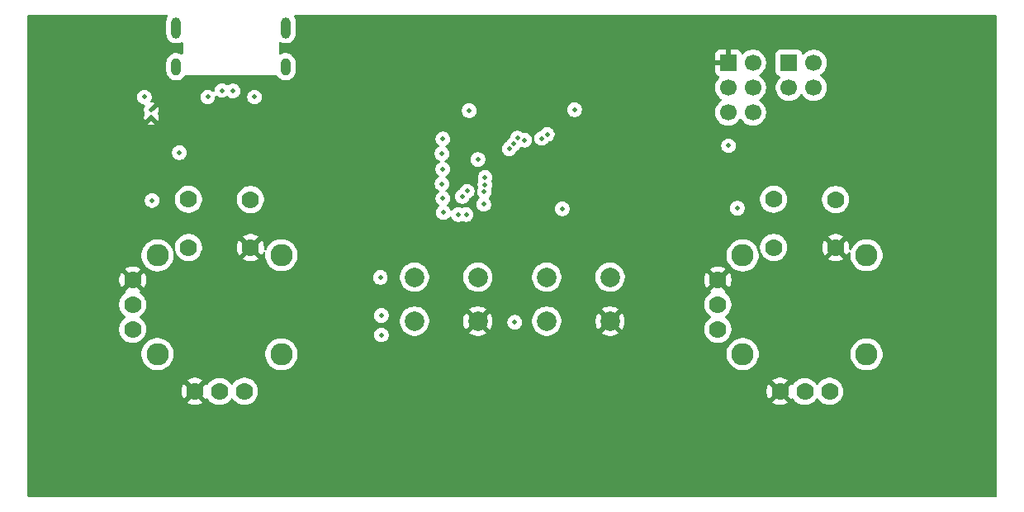
<source format=gbr>
%TF.GenerationSoftware,KiCad,Pcbnew,9.0.1-9.0.1-0~ubuntu24.04.1*%
%TF.CreationDate,2025-05-01T11:00:12-04:00*%
%TF.ProjectId,drone_sim_controler,64726f6e-655f-4736-996d-5f636f6e7472,rev?*%
%TF.SameCoordinates,Original*%
%TF.FileFunction,Copper,L2,Inr*%
%TF.FilePolarity,Positive*%
%FSLAX46Y46*%
G04 Gerber Fmt 4.6, Leading zero omitted, Abs format (unit mm)*
G04 Created by KiCad (PCBNEW 9.0.1-9.0.1-0~ubuntu24.04.1) date 2025-05-01 11:00:12*
%MOMM*%
%LPD*%
G01*
G04 APERTURE LIST*
G04 Aperture macros list*
%AMRoundRect*
0 Rectangle with rounded corners*
0 $1 Rounding radius*
0 $2 $3 $4 $5 $6 $7 $8 $9 X,Y pos of 4 corners*
0 Add a 4 corners polygon primitive as box body*
4,1,4,$2,$3,$4,$5,$6,$7,$8,$9,$2,$3,0*
0 Add four circle primitives for the rounded corners*
1,1,$1+$1,$2,$3*
1,1,$1+$1,$4,$5*
1,1,$1+$1,$6,$7*
1,1,$1+$1,$8,$9*
0 Add four rect primitives between the rounded corners*
20,1,$1+$1,$2,$3,$4,$5,0*
20,1,$1+$1,$4,$5,$6,$7,0*
20,1,$1+$1,$6,$7,$8,$9,0*
20,1,$1+$1,$8,$9,$2,$3,0*%
G04 Aperture macros list end*
%TA.AperFunction,ComponentPad*%
%ADD10RoundRect,0.500000X-0.000010X0.400000X-0.000010X-0.400000X0.000010X-0.400000X0.000010X0.400000X0*%
%TD*%
%TA.AperFunction,ComponentPad*%
%ADD11RoundRect,0.500000X-0.000010X0.600000X-0.000010X-0.600000X0.000010X-0.600000X0.000010X0.600000X0*%
%TD*%
%TA.AperFunction,ComponentPad*%
%ADD12C,2.000000*%
%TD*%
%TA.AperFunction,ComponentPad*%
%ADD13C,1.778000*%
%TD*%
%TA.AperFunction,ComponentPad*%
%ADD14C,2.286000*%
%TD*%
%TA.AperFunction,ComponentPad*%
%ADD15C,0.499999*%
%TD*%
%TA.AperFunction,ComponentPad*%
%ADD16R,1.700000X1.700000*%
%TD*%
%TA.AperFunction,ComponentPad*%
%ADD17C,1.700000*%
%TD*%
%TA.AperFunction,ViaPad*%
%ADD18C,0.500000*%
%TD*%
%TA.AperFunction,ViaPad*%
%ADD19C,0.600000*%
%TD*%
G04 APERTURE END LIST*
D10*
%TO.N,GNDS*%
%TO.C,J1*%
X73500000Y-124000000D03*
D11*
X73500000Y-120000000D03*
D10*
X62260000Y-124000000D03*
D11*
X62260000Y-120000000D03*
%TD*%
D12*
%TO.N,BTN_2*%
%TO.C,SW2*%
X100250000Y-145578497D03*
%TO.N,unconnected-(SW2-K-Pad3)*%
X106750000Y-145578497D03*
%TO.N,unconnected-(SW2-Pad2)*%
X100250000Y-150078497D03*
%TO.N,GND*%
X106750000Y-150078497D03*
%TD*%
D13*
%TO.N,RS_SW*%
%TO.C,JS2*%
X123525000Y-137585200D03*
%TO.N,unconnected-(JS2-SW_NO-PadB1B)*%
X129875000Y-137605000D03*
%TO.N,unconnected-(JS2-SW_COM-PadB2A)*%
X123525000Y-142525200D03*
%TO.N,GND*%
X129885000Y-142545200D03*
X124175000Y-157275200D03*
%TO.N,RS_Y*%
X126715000Y-157295200D03*
%TO.N,+3V3*%
X129255000Y-157275200D03*
D14*
%TO.N,GNDS*%
X120350000Y-143335200D03*
X120350000Y-153465200D03*
X133050000Y-143320000D03*
X133050000Y-153480000D03*
D13*
%TO.N,GND*%
X117810000Y-145860000D03*
%TO.N,RS_X*%
X117795000Y-148385200D03*
%TO.N,+3V3*%
X117795000Y-150925200D03*
%TD*%
D15*
%TO.N,GND*%
%TO.C,U3*%
X59700000Y-128406300D03*
X59700000Y-129193700D03*
%TD*%
D16*
%TO.N,MTD0*%
%TO.C,J3*%
X125085000Y-123605000D03*
D17*
%TO.N,MTCK*%
X127625000Y-123605000D03*
%TO.N,MTMS*%
X125085000Y-126145000D03*
%TO.N,MTDI*%
X127625000Y-126145000D03*
%TD*%
D12*
%TO.N,BTN_1*%
%TO.C,SW1*%
X86700000Y-145578497D03*
%TO.N,unconnected-(SW1-K-Pad3)*%
X93200000Y-145578497D03*
%TO.N,unconnected-(SW1-Pad2)*%
X86700000Y-150078497D03*
%TO.N,GND*%
X93200000Y-150078497D03*
%TD*%
D13*
%TO.N,LS_SW*%
%TO.C,JS1*%
X63525000Y-137585200D03*
%TO.N,unconnected-(JS1-SW_NO-PadB1B)*%
X69875000Y-137605000D03*
%TO.N,unconnected-(JS1-SW_COM-PadB2A)*%
X63525000Y-142525200D03*
%TO.N,GND*%
X69885000Y-142545200D03*
X64175000Y-157275200D03*
%TO.N,LS_Y*%
X66715000Y-157295200D03*
%TO.N,+3V3*%
X69255000Y-157275200D03*
D14*
%TO.N,GNDS*%
X60350000Y-143335200D03*
X60350000Y-153465200D03*
X73050000Y-143320000D03*
X73050000Y-153480000D03*
D13*
%TO.N,GND*%
X57810000Y-145860000D03*
%TO.N,LS_X*%
X57795000Y-148385200D03*
%TO.N,+3V3*%
X57795000Y-150925200D03*
%TD*%
D16*
%TO.N,GND*%
%TO.C,J2*%
X118860000Y-123600000D03*
D17*
%TO.N,+3V3*%
X121400000Y-123600000D03*
%TO.N,RST*%
X118860000Y-126140000D03*
%TO.N,ESP_TX*%
X121400000Y-126140000D03*
%TO.N,ESP_IO0*%
X118860000Y-128680000D03*
%TO.N,ESP_RX*%
X121400000Y-128680000D03*
%TD*%
D18*
%TO.N,MTD0*%
X99731817Y-131346001D03*
%TO.N,MTCK*%
X100303730Y-130942368D03*
%TO.N,MTDI*%
X97999999Y-131522183D03*
%TO.N,MTMS*%
X97256341Y-131308048D03*
%TO.N,ESP_TX*%
X96890627Y-131904920D03*
%TO.N,ESP_RX*%
X96407658Y-132411619D03*
%TO.N,RST*%
X93200000Y-133500000D03*
%TO.N,ESP_IO0*%
X93930089Y-135341541D03*
%TO.N,Net-(U1-GPIO8)*%
X83300000Y-151500000D03*
%TO.N,Net-(U1-GPIO7)*%
X83300000Y-149500000D03*
%TO.N,GND*%
X83300000Y-134100000D03*
X66200000Y-132800000D03*
%TO.N,Net-(U1-GPIO7)*%
X91200000Y-139150000D03*
%TO.N,Net-(U1-GPIO8)*%
X92000000Y-139150000D03*
%TO.N,+3V3*%
X96975000Y-150200000D03*
X62600000Y-132800000D03*
X118900000Y-132100000D03*
%TO.N,LS_SW*%
X89666909Y-138943369D03*
%TO.N,LS_X*%
X93911803Y-136086545D03*
%TO.N,LS_Y*%
X93847582Y-136798485D03*
%TO.N,RS_X*%
X92094977Y-136750000D03*
%TO.N,RS_Y*%
X91600000Y-137300000D03*
%TO.N,RS_SW*%
X93800000Y-138100000D03*
%TO.N,GND*%
X58115685Y-125575000D03*
%TO.N,+3V3*%
X59800000Y-137700000D03*
X59000000Y-127100000D03*
%TO.N,GND*%
X58300000Y-121800000D03*
%TO.N,+5V*%
X65500000Y-127100000D03*
X70300000Y-127100000D03*
%TO.N,GND*%
X66035967Y-129225000D03*
X69400000Y-129300000D03*
%TO.N,/USB_C_P*%
X66950000Y-126427951D03*
X68081376Y-126479815D03*
%TO.N,GND*%
X71800000Y-126200000D03*
X71800000Y-125700000D03*
X71800000Y-125200000D03*
X63900000Y-126100000D03*
X63900000Y-125600000D03*
X63900000Y-125100000D03*
%TO.N,+3V3*%
X119800000Y-138500000D03*
X83200000Y-145600000D03*
X101837500Y-138562500D03*
X103100000Y-128400000D03*
X89600000Y-137500000D03*
X89500000Y-136000000D03*
X89600000Y-134500000D03*
X89500000Y-132900000D03*
X89600000Y-131400000D03*
X92300000Y-128500000D03*
%TO.N,GND*%
X96450000Y-136700000D03*
D19*
X103437896Y-138684373D03*
X103189812Y-126886271D03*
X101645827Y-126923002D03*
X97700000Y-127000000D03*
X95400000Y-126900000D03*
X93800000Y-126900000D03*
X92328504Y-127000534D03*
X88100000Y-131500000D03*
X88186773Y-132989136D03*
X88186773Y-134489136D03*
X88100000Y-136000000D03*
X88186773Y-137489136D03*
%TD*%
%TA.AperFunction,Conductor*%
%TO.N,GND*%
G36*
X146342536Y-118720195D02*
G01*
X146388293Y-118772997D01*
X146399500Y-118824512D01*
X146399500Y-167975500D01*
X146379815Y-168042539D01*
X146327011Y-168088294D01*
X146275500Y-168099500D01*
X47124500Y-168099500D01*
X47057461Y-168079815D01*
X47011706Y-168027011D01*
X47000500Y-167975500D01*
X47000500Y-157165883D01*
X62786000Y-157165883D01*
X62786000Y-157384516D01*
X62820202Y-157600459D01*
X62887761Y-157808388D01*
X62887762Y-157808391D01*
X62987020Y-158003193D01*
X62987021Y-158003195D01*
X63031806Y-158064838D01*
X63031807Y-158064838D01*
X63737352Y-157359293D01*
X63760792Y-157446771D01*
X63819311Y-157548130D01*
X63902070Y-157630889D01*
X64003429Y-157689408D01*
X64090905Y-157712847D01*
X63385360Y-158418391D01*
X63447008Y-158463180D01*
X63641808Y-158562437D01*
X63641811Y-158562438D01*
X63849740Y-158629997D01*
X64065684Y-158664200D01*
X64284316Y-158664200D01*
X64500259Y-158629997D01*
X64708188Y-158562438D01*
X64708191Y-158562437D01*
X64902995Y-158463178D01*
X64964638Y-158418391D01*
X64964639Y-158418391D01*
X64259094Y-157712847D01*
X64346571Y-157689408D01*
X64447930Y-157630889D01*
X64530689Y-157548130D01*
X64589208Y-157446771D01*
X64612647Y-157359295D01*
X65318191Y-158064839D01*
X65318192Y-158064838D01*
X65337107Y-158038805D01*
X65392437Y-157996139D01*
X65462050Y-157990160D01*
X65523845Y-158022766D01*
X65537743Y-158038805D01*
X65655142Y-158200392D01*
X65655146Y-158200397D01*
X65809806Y-158355057D01*
X65958625Y-158463178D01*
X65986743Y-158483607D01*
X66114132Y-158548515D01*
X66181616Y-158582901D01*
X66181619Y-158582902D01*
X66285621Y-158616693D01*
X66389625Y-158650486D01*
X66476212Y-158664200D01*
X66605639Y-158684700D01*
X66605644Y-158684700D01*
X66824361Y-158684700D01*
X66929082Y-158668112D01*
X67040375Y-158650486D01*
X67248383Y-158582901D01*
X67443257Y-158483607D01*
X67542601Y-158411429D01*
X67620193Y-158355057D01*
X67620195Y-158355054D01*
X67620199Y-158355052D01*
X67774852Y-158200399D01*
X67891949Y-158039227D01*
X67947276Y-157996564D01*
X68016889Y-157990585D01*
X68078684Y-158023190D01*
X68092580Y-158039225D01*
X68195144Y-158180393D01*
X68195148Y-158180399D01*
X68349806Y-158335057D01*
X68464508Y-158418391D01*
X68526743Y-158463607D01*
X68654132Y-158528515D01*
X68721616Y-158562901D01*
X68721619Y-158562902D01*
X68825621Y-158596693D01*
X68929625Y-158630486D01*
X69029672Y-158646332D01*
X69145639Y-158664700D01*
X69145644Y-158664700D01*
X69364361Y-158664700D01*
X69469082Y-158648112D01*
X69580375Y-158630486D01*
X69788383Y-158562901D01*
X69983257Y-158463607D01*
X70082601Y-158391429D01*
X70160193Y-158335057D01*
X70160195Y-158335054D01*
X70160199Y-158335052D01*
X70314852Y-158180399D01*
X70314854Y-158180395D01*
X70314857Y-158180393D01*
X70371229Y-158102801D01*
X70443407Y-158003457D01*
X70542701Y-157808583D01*
X70610286Y-157600575D01*
X70634646Y-157446771D01*
X70644500Y-157384561D01*
X70644500Y-157165883D01*
X122786000Y-157165883D01*
X122786000Y-157384516D01*
X122820202Y-157600459D01*
X122887761Y-157808388D01*
X122887762Y-157808391D01*
X122987020Y-158003193D01*
X122987021Y-158003195D01*
X123031806Y-158064838D01*
X123031807Y-158064838D01*
X123737352Y-157359293D01*
X123760792Y-157446771D01*
X123819311Y-157548130D01*
X123902070Y-157630889D01*
X124003429Y-157689408D01*
X124090905Y-157712847D01*
X123385360Y-158418391D01*
X123447008Y-158463180D01*
X123641808Y-158562437D01*
X123641811Y-158562438D01*
X123849740Y-158629997D01*
X124065684Y-158664200D01*
X124284316Y-158664200D01*
X124500259Y-158629997D01*
X124708188Y-158562438D01*
X124708191Y-158562437D01*
X124902995Y-158463178D01*
X124964638Y-158418391D01*
X124964639Y-158418391D01*
X124259094Y-157712847D01*
X124346571Y-157689408D01*
X124447930Y-157630889D01*
X124530689Y-157548130D01*
X124589208Y-157446771D01*
X124612647Y-157359295D01*
X125318191Y-158064839D01*
X125318192Y-158064838D01*
X125337107Y-158038805D01*
X125392437Y-157996139D01*
X125462050Y-157990160D01*
X125523845Y-158022766D01*
X125537743Y-158038805D01*
X125655142Y-158200392D01*
X125655146Y-158200397D01*
X125809806Y-158355057D01*
X125958625Y-158463178D01*
X125986743Y-158483607D01*
X126114132Y-158548515D01*
X126181616Y-158582901D01*
X126181619Y-158582902D01*
X126285621Y-158616693D01*
X126389625Y-158650486D01*
X126476212Y-158664200D01*
X126605639Y-158684700D01*
X126605644Y-158684700D01*
X126824361Y-158684700D01*
X126929082Y-158668112D01*
X127040375Y-158650486D01*
X127248383Y-158582901D01*
X127443257Y-158483607D01*
X127542601Y-158411429D01*
X127620193Y-158355057D01*
X127620195Y-158355054D01*
X127620199Y-158355052D01*
X127774852Y-158200399D01*
X127891949Y-158039227D01*
X127947276Y-157996564D01*
X128016889Y-157990585D01*
X128078684Y-158023190D01*
X128092580Y-158039225D01*
X128195144Y-158180393D01*
X128195148Y-158180399D01*
X128349806Y-158335057D01*
X128464508Y-158418391D01*
X128526743Y-158463607D01*
X128654132Y-158528515D01*
X128721616Y-158562901D01*
X128721619Y-158562902D01*
X128825621Y-158596693D01*
X128929625Y-158630486D01*
X129029672Y-158646332D01*
X129145639Y-158664700D01*
X129145644Y-158664700D01*
X129364361Y-158664700D01*
X129469082Y-158648112D01*
X129580375Y-158630486D01*
X129788383Y-158562901D01*
X129983257Y-158463607D01*
X130082601Y-158391429D01*
X130160193Y-158335057D01*
X130160195Y-158335054D01*
X130160199Y-158335052D01*
X130314852Y-158180399D01*
X130314854Y-158180395D01*
X130314857Y-158180393D01*
X130371229Y-158102801D01*
X130443407Y-158003457D01*
X130542701Y-157808583D01*
X130610286Y-157600575D01*
X130634646Y-157446771D01*
X130644500Y-157384561D01*
X130644500Y-157165838D01*
X130618592Y-157002270D01*
X130610286Y-156949825D01*
X130576493Y-156845821D01*
X130542702Y-156741819D01*
X130542701Y-156741816D01*
X130508315Y-156674332D01*
X130443407Y-156546943D01*
X130398810Y-156485560D01*
X130314857Y-156370006D01*
X130160193Y-156215342D01*
X129983260Y-156086795D01*
X129983259Y-156086794D01*
X129983257Y-156086793D01*
X129920825Y-156054982D01*
X129788383Y-155987498D01*
X129788380Y-155987497D01*
X129580376Y-155919914D01*
X129364361Y-155885700D01*
X129364356Y-155885700D01*
X129145644Y-155885700D01*
X129145639Y-155885700D01*
X128929623Y-155919914D01*
X128721619Y-155987497D01*
X128721616Y-155987498D01*
X128526739Y-156086795D01*
X128349806Y-156215342D01*
X128195146Y-156370002D01*
X128195142Y-156370007D01*
X128078052Y-156531169D01*
X128022722Y-156573835D01*
X127953109Y-156579814D01*
X127891314Y-156547208D01*
X127877420Y-156531175D01*
X127774852Y-156390001D01*
X127620199Y-156235348D01*
X127620193Y-156235342D01*
X127443260Y-156106795D01*
X127443259Y-156106794D01*
X127443257Y-156106793D01*
X127380825Y-156074982D01*
X127248383Y-156007498D01*
X127248380Y-156007497D01*
X127040376Y-155939914D01*
X126824361Y-155905700D01*
X126824356Y-155905700D01*
X126605644Y-155905700D01*
X126605639Y-155905700D01*
X126389623Y-155939914D01*
X126181619Y-156007497D01*
X126181616Y-156007498D01*
X125986739Y-156106795D01*
X125809806Y-156235342D01*
X125655146Y-156390002D01*
X125655142Y-156390007D01*
X125552273Y-156531595D01*
X125496943Y-156574261D01*
X125427330Y-156580240D01*
X125365535Y-156547634D01*
X125351636Y-156531594D01*
X125318191Y-156485560D01*
X124612647Y-157191104D01*
X124589208Y-157103629D01*
X124530689Y-157002270D01*
X124447930Y-156919511D01*
X124346571Y-156860992D01*
X124259092Y-156837552D01*
X124964638Y-156132007D01*
X124964638Y-156132006D01*
X124902995Y-156087221D01*
X124902993Y-156087220D01*
X124708191Y-155987962D01*
X124708188Y-155987961D01*
X124500259Y-155920402D01*
X124284316Y-155886200D01*
X124065684Y-155886200D01*
X123849740Y-155920402D01*
X123641811Y-155987961D01*
X123641808Y-155987962D01*
X123447001Y-156087223D01*
X123385360Y-156132006D01*
X123385360Y-156132007D01*
X124090905Y-156837552D01*
X124003429Y-156860992D01*
X123902070Y-156919511D01*
X123819311Y-157002270D01*
X123760792Y-157103629D01*
X123737352Y-157191105D01*
X123031807Y-156485560D01*
X123031806Y-156485560D01*
X122987023Y-156547201D01*
X122887762Y-156742008D01*
X122887761Y-156742011D01*
X122820202Y-156949940D01*
X122786000Y-157165883D01*
X70644500Y-157165883D01*
X70644500Y-157165838D01*
X70618592Y-157002270D01*
X70610286Y-156949825D01*
X70576493Y-156845821D01*
X70542702Y-156741819D01*
X70542701Y-156741816D01*
X70508315Y-156674332D01*
X70443407Y-156546943D01*
X70398810Y-156485560D01*
X70314857Y-156370006D01*
X70160193Y-156215342D01*
X69983260Y-156086795D01*
X69983259Y-156086794D01*
X69983257Y-156086793D01*
X69920825Y-156054982D01*
X69788383Y-155987498D01*
X69788380Y-155987497D01*
X69580376Y-155919914D01*
X69364361Y-155885700D01*
X69364356Y-155885700D01*
X69145644Y-155885700D01*
X69145639Y-155885700D01*
X68929623Y-155919914D01*
X68721619Y-155987497D01*
X68721616Y-155987498D01*
X68526739Y-156086795D01*
X68349806Y-156215342D01*
X68195146Y-156370002D01*
X68195142Y-156370007D01*
X68078052Y-156531169D01*
X68022722Y-156573835D01*
X67953109Y-156579814D01*
X67891314Y-156547208D01*
X67877420Y-156531175D01*
X67774852Y-156390001D01*
X67620199Y-156235348D01*
X67620193Y-156235342D01*
X67443260Y-156106795D01*
X67443259Y-156106794D01*
X67443257Y-156106793D01*
X67380825Y-156074982D01*
X67248383Y-156007498D01*
X67248380Y-156007497D01*
X67040376Y-155939914D01*
X66824361Y-155905700D01*
X66824356Y-155905700D01*
X66605644Y-155905700D01*
X66605639Y-155905700D01*
X66389623Y-155939914D01*
X66181619Y-156007497D01*
X66181616Y-156007498D01*
X65986739Y-156106795D01*
X65809806Y-156235342D01*
X65655146Y-156390002D01*
X65655142Y-156390007D01*
X65552273Y-156531595D01*
X65496943Y-156574261D01*
X65427330Y-156580240D01*
X65365535Y-156547634D01*
X65351636Y-156531594D01*
X65318191Y-156485560D01*
X64612647Y-157191104D01*
X64589208Y-157103629D01*
X64530689Y-157002270D01*
X64447930Y-156919511D01*
X64346571Y-156860992D01*
X64259092Y-156837552D01*
X64964638Y-156132007D01*
X64964638Y-156132006D01*
X64902995Y-156087221D01*
X64902993Y-156087220D01*
X64708191Y-155987962D01*
X64708188Y-155987961D01*
X64500259Y-155920402D01*
X64284316Y-155886200D01*
X64065684Y-155886200D01*
X63849740Y-155920402D01*
X63641811Y-155987961D01*
X63641808Y-155987962D01*
X63447001Y-156087223D01*
X63385360Y-156132006D01*
X63385360Y-156132007D01*
X64090905Y-156837552D01*
X64003429Y-156860992D01*
X63902070Y-156919511D01*
X63819311Y-157002270D01*
X63760792Y-157103629D01*
X63737352Y-157191105D01*
X63031807Y-156485560D01*
X63031806Y-156485560D01*
X62987023Y-156547201D01*
X62887762Y-156742008D01*
X62887761Y-156742011D01*
X62820202Y-156949940D01*
X62786000Y-157165883D01*
X47000500Y-157165883D01*
X47000500Y-153335848D01*
X58706500Y-153335848D01*
X58706500Y-153594551D01*
X58746967Y-153850050D01*
X58746968Y-153850054D01*
X58826909Y-154096085D01*
X58944353Y-154326582D01*
X59096408Y-154535868D01*
X59279332Y-154718792D01*
X59488618Y-154870847D01*
X59719115Y-154988291D01*
X59965146Y-155068232D01*
X60058591Y-155083032D01*
X60220649Y-155108700D01*
X60220654Y-155108700D01*
X60479351Y-155108700D01*
X60641409Y-155083032D01*
X60734854Y-155068232D01*
X60980885Y-154988291D01*
X61211382Y-154870847D01*
X61420668Y-154718792D01*
X61603592Y-154535868D01*
X61755647Y-154326582D01*
X61873091Y-154096085D01*
X61953032Y-153850054D01*
X61971017Y-153736494D01*
X61993500Y-153594551D01*
X61993500Y-153350648D01*
X71406500Y-153350648D01*
X71406500Y-153609351D01*
X71444623Y-153850050D01*
X71446968Y-153864854D01*
X71526909Y-154110885D01*
X71644353Y-154341382D01*
X71796408Y-154550668D01*
X71979332Y-154733592D01*
X72188618Y-154885647D01*
X72419115Y-155003091D01*
X72665146Y-155083032D01*
X72760961Y-155098207D01*
X72920649Y-155123500D01*
X72920654Y-155123500D01*
X73179351Y-155123500D01*
X73321294Y-155101017D01*
X73434854Y-155083032D01*
X73680885Y-155003091D01*
X73911382Y-154885647D01*
X74120668Y-154733592D01*
X74303592Y-154550668D01*
X74455647Y-154341382D01*
X74573091Y-154110885D01*
X74653032Y-153864854D01*
X74671017Y-153751294D01*
X74693500Y-153609351D01*
X74693500Y-153350656D01*
X74693458Y-153350391D01*
X74693458Y-153350385D01*
X74693457Y-153350380D01*
X74691155Y-153335848D01*
X118706500Y-153335848D01*
X118706500Y-153594551D01*
X118746967Y-153850050D01*
X118746968Y-153850054D01*
X118826909Y-154096085D01*
X118944353Y-154326582D01*
X119096408Y-154535868D01*
X119279332Y-154718792D01*
X119488618Y-154870847D01*
X119719115Y-154988291D01*
X119965146Y-155068232D01*
X120058591Y-155083032D01*
X120220649Y-155108700D01*
X120220654Y-155108700D01*
X120479351Y-155108700D01*
X120641409Y-155083032D01*
X120734854Y-155068232D01*
X120980885Y-154988291D01*
X121211382Y-154870847D01*
X121420668Y-154718792D01*
X121603592Y-154535868D01*
X121755647Y-154326582D01*
X121873091Y-154096085D01*
X121953032Y-153850054D01*
X121971017Y-153736494D01*
X121993500Y-153594551D01*
X121993500Y-153350648D01*
X131406500Y-153350648D01*
X131406500Y-153609351D01*
X131444623Y-153850050D01*
X131446968Y-153864854D01*
X131526909Y-154110885D01*
X131644353Y-154341382D01*
X131796408Y-154550668D01*
X131979332Y-154733592D01*
X132188618Y-154885647D01*
X132419115Y-155003091D01*
X132665146Y-155083032D01*
X132760961Y-155098207D01*
X132920649Y-155123500D01*
X132920654Y-155123500D01*
X133179351Y-155123500D01*
X133321294Y-155101017D01*
X133434854Y-155083032D01*
X133680885Y-155003091D01*
X133911382Y-154885647D01*
X134120668Y-154733592D01*
X134303592Y-154550668D01*
X134455647Y-154341382D01*
X134573091Y-154110885D01*
X134653032Y-153864854D01*
X134671017Y-153751294D01*
X134693500Y-153609351D01*
X134693500Y-153350648D01*
X134653032Y-153095149D01*
X134653032Y-153095146D01*
X134573091Y-152849115D01*
X134455647Y-152618618D01*
X134303592Y-152409332D01*
X134120668Y-152226408D01*
X133911382Y-152074353D01*
X133680885Y-151956909D01*
X133434854Y-151876968D01*
X133434852Y-151876967D01*
X133434850Y-151876967D01*
X133179351Y-151836500D01*
X133179346Y-151836500D01*
X132920654Y-151836500D01*
X132920649Y-151836500D01*
X132665149Y-151876967D01*
X132419112Y-151956910D01*
X132188617Y-152074353D01*
X131979329Y-152226410D01*
X131796410Y-152409329D01*
X131644353Y-152618617D01*
X131526910Y-152849112D01*
X131446967Y-153095149D01*
X131406500Y-153350648D01*
X121993500Y-153350648D01*
X121993500Y-153335848D01*
X121966521Y-153165515D01*
X121953032Y-153080346D01*
X121873091Y-152834315D01*
X121755647Y-152603818D01*
X121603592Y-152394532D01*
X121420668Y-152211608D01*
X121211382Y-152059553D01*
X120980885Y-151942109D01*
X120734854Y-151862168D01*
X120734852Y-151862167D01*
X120734850Y-151862167D01*
X120479351Y-151821700D01*
X120479346Y-151821700D01*
X120220654Y-151821700D01*
X120220649Y-151821700D01*
X119965149Y-151862167D01*
X119719112Y-151942110D01*
X119488617Y-152059553D01*
X119279329Y-152211610D01*
X119096410Y-152394529D01*
X118944353Y-152603817D01*
X118826910Y-152834312D01*
X118746967Y-153080349D01*
X118706500Y-153335848D01*
X74691155Y-153335848D01*
X74653032Y-153095149D01*
X74653032Y-153095146D01*
X74573091Y-152849115D01*
X74455647Y-152618618D01*
X74303592Y-152409332D01*
X74120668Y-152226408D01*
X73911382Y-152074353D01*
X73680885Y-151956909D01*
X73434854Y-151876968D01*
X73434852Y-151876967D01*
X73434850Y-151876967D01*
X73179351Y-151836500D01*
X73179346Y-151836500D01*
X72920654Y-151836500D01*
X72920649Y-151836500D01*
X72665149Y-151876967D01*
X72419112Y-151956910D01*
X72188617Y-152074353D01*
X71979329Y-152226410D01*
X71796410Y-152409329D01*
X71644353Y-152618617D01*
X71526910Y-152849112D01*
X71446967Y-153095149D01*
X71406500Y-153350648D01*
X61993500Y-153350648D01*
X61993500Y-153335848D01*
X61966521Y-153165515D01*
X61953032Y-153080346D01*
X61873091Y-152834315D01*
X61755647Y-152603818D01*
X61603592Y-152394532D01*
X61420668Y-152211608D01*
X61211382Y-152059553D01*
X60980885Y-151942109D01*
X60734854Y-151862168D01*
X60734852Y-151862167D01*
X60734850Y-151862167D01*
X60479351Y-151821700D01*
X60479346Y-151821700D01*
X60220654Y-151821700D01*
X60220649Y-151821700D01*
X59965149Y-151862167D01*
X59719112Y-151942110D01*
X59488617Y-152059553D01*
X59279329Y-152211610D01*
X59096410Y-152394529D01*
X58944353Y-152603817D01*
X58826910Y-152834312D01*
X58746967Y-153080349D01*
X58706500Y-153335848D01*
X47000500Y-153335848D01*
X47000500Y-148275838D01*
X56405500Y-148275838D01*
X56405500Y-148494561D01*
X56439714Y-148710576D01*
X56507297Y-148918580D01*
X56507298Y-148918583D01*
X56559779Y-149021580D01*
X56600239Y-149100987D01*
X56606595Y-149113460D01*
X56735142Y-149290393D01*
X56889806Y-149445057D01*
X57040969Y-149554882D01*
X57083635Y-149610211D01*
X57089614Y-149679825D01*
X57057009Y-149741620D01*
X57040969Y-149755518D01*
X56889806Y-149865342D01*
X56735142Y-150020006D01*
X56606595Y-150196939D01*
X56507298Y-150391816D01*
X56507297Y-150391819D01*
X56439714Y-150599823D01*
X56405500Y-150815838D01*
X56405500Y-151034561D01*
X56439714Y-151250576D01*
X56507297Y-151458580D01*
X56507298Y-151458583D01*
X56606595Y-151653460D01*
X56735142Y-151830393D01*
X56889806Y-151985057D01*
X57012714Y-152074353D01*
X57066743Y-152113607D01*
X57194132Y-152178515D01*
X57261616Y-152212901D01*
X57261619Y-152212902D01*
X57365621Y-152246693D01*
X57469625Y-152280486D01*
X57569672Y-152296332D01*
X57685639Y-152314700D01*
X57685644Y-152314700D01*
X57904361Y-152314700D01*
X58009082Y-152298112D01*
X58120375Y-152280486D01*
X58328383Y-152212901D01*
X58523257Y-152113607D01*
X58622601Y-152041429D01*
X58700193Y-151985057D01*
X58700195Y-151985054D01*
X58700199Y-151985052D01*
X58854852Y-151830399D01*
X58854854Y-151830395D01*
X58854857Y-151830393D01*
X58935848Y-151718917D01*
X58983407Y-151653457D01*
X59023933Y-151573920D01*
X82549499Y-151573920D01*
X82578340Y-151718907D01*
X82578343Y-151718917D01*
X82634912Y-151855488D01*
X82634919Y-151855501D01*
X82717048Y-151978415D01*
X82717051Y-151978419D01*
X82821580Y-152082948D01*
X82821584Y-152082951D01*
X82944498Y-152165080D01*
X82944511Y-152165087D01*
X83059948Y-152212902D01*
X83081087Y-152221658D01*
X83081091Y-152221658D01*
X83081092Y-152221659D01*
X83226079Y-152250500D01*
X83226082Y-152250500D01*
X83373920Y-152250500D01*
X83471462Y-152231096D01*
X83518913Y-152221658D01*
X83655495Y-152165084D01*
X83778416Y-152082951D01*
X83882951Y-151978416D01*
X83965084Y-151855495D01*
X84021658Y-151718913D01*
X84049490Y-151578997D01*
X84050500Y-151573920D01*
X84050500Y-151426079D01*
X84021659Y-151281092D01*
X84021658Y-151281091D01*
X84021658Y-151281087D01*
X84009020Y-151250575D01*
X83965087Y-151144511D01*
X83965080Y-151144498D01*
X83882951Y-151021584D01*
X83882948Y-151021580D01*
X83778419Y-150917051D01*
X83778415Y-150917048D01*
X83655501Y-150834919D01*
X83655488Y-150834912D01*
X83518917Y-150778343D01*
X83518907Y-150778340D01*
X83373920Y-150749500D01*
X83373918Y-150749500D01*
X83226082Y-150749500D01*
X83226080Y-150749500D01*
X83081092Y-150778340D01*
X83081082Y-150778343D01*
X82944511Y-150834912D01*
X82944498Y-150834919D01*
X82821584Y-150917048D01*
X82821580Y-150917051D01*
X82717051Y-151021580D01*
X82717048Y-151021584D01*
X82634919Y-151144498D01*
X82634912Y-151144511D01*
X82578343Y-151281082D01*
X82578340Y-151281092D01*
X82549500Y-151426079D01*
X82549500Y-151426082D01*
X82549500Y-151573918D01*
X82549500Y-151573920D01*
X82549499Y-151573920D01*
X59023933Y-151573920D01*
X59082701Y-151458583D01*
X59114135Y-151361840D01*
X59133852Y-151301155D01*
X59150286Y-151250575D01*
X59167912Y-151139282D01*
X59184500Y-151034561D01*
X59184500Y-150815838D01*
X59162734Y-150678419D01*
X59150286Y-150599825D01*
X59095774Y-150432051D01*
X59082702Y-150391819D01*
X59082701Y-150391816D01*
X59022628Y-150273918D01*
X58983407Y-150196943D01*
X58975147Y-150185574D01*
X58854857Y-150020006D01*
X58700199Y-149865348D01*
X58671501Y-149844498D01*
X58549028Y-149755516D01*
X58506364Y-149700189D01*
X58500385Y-149630576D01*
X58530278Y-149573920D01*
X82549499Y-149573920D01*
X82578340Y-149718907D01*
X82578343Y-149718917D01*
X82634912Y-149855488D01*
X82634919Y-149855501D01*
X82717048Y-149978415D01*
X82717051Y-149978419D01*
X82821580Y-150082948D01*
X82821584Y-150082951D01*
X82944498Y-150165080D01*
X82944511Y-150165087D01*
X83081082Y-150221656D01*
X83081087Y-150221658D01*
X83081091Y-150221658D01*
X83081092Y-150221659D01*
X83226079Y-150250500D01*
X83226082Y-150250500D01*
X83373920Y-150250500D01*
X83471462Y-150231096D01*
X83518913Y-150221658D01*
X83655495Y-150165084D01*
X83778416Y-150082951D01*
X83882951Y-149978416D01*
X83894989Y-149960399D01*
X85199500Y-149960399D01*
X85199500Y-150196594D01*
X85236446Y-150429865D01*
X85309433Y-150654493D01*
X85416519Y-150864660D01*
X85416657Y-150864930D01*
X85555483Y-151056007D01*
X85722490Y-151223014D01*
X85913567Y-151361840D01*
X85952490Y-151381672D01*
X86124003Y-151469063D01*
X86124005Y-151469063D01*
X86124008Y-151469065D01*
X86244412Y-151508186D01*
X86348631Y-151542050D01*
X86581903Y-151578997D01*
X86581908Y-151578997D01*
X86818097Y-151578997D01*
X87051368Y-151542050D01*
X87052870Y-151541562D01*
X87275992Y-151469065D01*
X87486433Y-151361840D01*
X87677510Y-151223014D01*
X87844517Y-151056007D01*
X87983343Y-150864930D01*
X88090568Y-150654489D01*
X88163553Y-150429865D01*
X88169579Y-150391816D01*
X88200500Y-150196594D01*
X88200500Y-149960444D01*
X91700000Y-149960444D01*
X91700000Y-150196549D01*
X91736934Y-150429744D01*
X91809897Y-150654299D01*
X91917087Y-150864671D01*
X91977338Y-150947601D01*
X91977340Y-150947602D01*
X92676212Y-150248730D01*
X92687482Y-150290789D01*
X92759890Y-150416205D01*
X92862292Y-150518607D01*
X92987708Y-150591015D01*
X93029765Y-150602284D01*
X92330893Y-151301155D01*
X92413828Y-151361411D01*
X92624197Y-151468599D01*
X92848752Y-151541562D01*
X92848751Y-151541562D01*
X93081948Y-151578497D01*
X93318052Y-151578497D01*
X93551247Y-151541562D01*
X93775802Y-151468599D01*
X93986163Y-151361415D01*
X93986169Y-151361411D01*
X94069104Y-151301155D01*
X94069105Y-151301155D01*
X93370233Y-150602284D01*
X93412292Y-150591015D01*
X93537708Y-150518607D01*
X93640110Y-150416205D01*
X93712518Y-150290789D01*
X93723787Y-150248730D01*
X94422658Y-150947602D01*
X94422658Y-150947601D01*
X94482914Y-150864666D01*
X94482918Y-150864660D01*
X94590102Y-150654299D01*
X94663065Y-150429744D01*
X94687745Y-150273920D01*
X96224499Y-150273920D01*
X96253340Y-150418907D01*
X96253343Y-150418917D01*
X96309912Y-150555488D01*
X96309919Y-150555501D01*
X96392048Y-150678415D01*
X96392051Y-150678419D01*
X96496580Y-150782948D01*
X96496584Y-150782951D01*
X96619498Y-150865080D01*
X96619511Y-150865087D01*
X96756082Y-150921656D01*
X96756087Y-150921658D01*
X96756091Y-150921658D01*
X96756092Y-150921659D01*
X96901079Y-150950500D01*
X96901082Y-150950500D01*
X97048920Y-150950500D01*
X97146462Y-150931096D01*
X97193913Y-150921658D01*
X97330495Y-150865084D01*
X97453416Y-150782951D01*
X97557951Y-150678416D01*
X97640084Y-150555495D01*
X97696658Y-150418913D01*
X97725500Y-150273918D01*
X97725500Y-150126082D01*
X97725500Y-150126079D01*
X97696658Y-149981088D01*
X97696656Y-149981082D01*
X97688089Y-149960399D01*
X98749500Y-149960399D01*
X98749500Y-150196594D01*
X98786446Y-150429865D01*
X98859433Y-150654493D01*
X98966519Y-150864660D01*
X98966657Y-150864930D01*
X99105483Y-151056007D01*
X99272490Y-151223014D01*
X99463567Y-151361840D01*
X99502490Y-151381672D01*
X99674003Y-151469063D01*
X99674005Y-151469063D01*
X99674008Y-151469065D01*
X99794412Y-151508186D01*
X99898631Y-151542050D01*
X100131903Y-151578997D01*
X100131908Y-151578997D01*
X100368097Y-151578997D01*
X100601368Y-151542050D01*
X100602870Y-151541562D01*
X100825992Y-151469065D01*
X101036433Y-151361840D01*
X101227510Y-151223014D01*
X101394517Y-151056007D01*
X101533343Y-150864930D01*
X101640568Y-150654489D01*
X101713553Y-150429865D01*
X101719579Y-150391816D01*
X101750500Y-150196594D01*
X101750500Y-149960444D01*
X105250000Y-149960444D01*
X105250000Y-150196549D01*
X105286934Y-150429744D01*
X105359897Y-150654299D01*
X105467087Y-150864671D01*
X105527338Y-150947601D01*
X105527340Y-150947602D01*
X106226212Y-150248730D01*
X106237482Y-150290789D01*
X106309890Y-150416205D01*
X106412292Y-150518607D01*
X106537708Y-150591015D01*
X106579765Y-150602284D01*
X105880893Y-151301155D01*
X105963828Y-151361411D01*
X106174197Y-151468599D01*
X106398752Y-151541562D01*
X106398751Y-151541562D01*
X106631948Y-151578497D01*
X106868052Y-151578497D01*
X107101247Y-151541562D01*
X107325802Y-151468599D01*
X107536163Y-151361415D01*
X107536169Y-151361411D01*
X107619104Y-151301155D01*
X107619105Y-151301155D01*
X106920233Y-150602284D01*
X106962292Y-150591015D01*
X107087708Y-150518607D01*
X107190110Y-150416205D01*
X107262518Y-150290789D01*
X107273787Y-150248731D01*
X107972658Y-150947602D01*
X107972658Y-150947601D01*
X108032914Y-150864666D01*
X108032918Y-150864660D01*
X108140102Y-150654299D01*
X108213065Y-150429744D01*
X108250000Y-150196549D01*
X108250000Y-149960444D01*
X108213065Y-149727249D01*
X108140102Y-149502694D01*
X108032914Y-149292325D01*
X107972658Y-149209391D01*
X107972658Y-149209390D01*
X107273787Y-149908262D01*
X107262518Y-149866205D01*
X107190110Y-149740789D01*
X107087708Y-149638387D01*
X106962292Y-149565979D01*
X106920234Y-149554709D01*
X107619105Y-148855837D01*
X107619104Y-148855835D01*
X107536174Y-148795584D01*
X107325802Y-148688394D01*
X107101247Y-148615431D01*
X107101248Y-148615431D01*
X106868052Y-148578497D01*
X106631948Y-148578497D01*
X106398752Y-148615431D01*
X106174197Y-148688394D01*
X105963830Y-148795581D01*
X105880894Y-148855837D01*
X106579766Y-149554709D01*
X106537708Y-149565979D01*
X106412292Y-149638387D01*
X106309890Y-149740789D01*
X106237482Y-149866205D01*
X106226212Y-149908263D01*
X105527340Y-149209391D01*
X105467084Y-149292327D01*
X105359897Y-149502694D01*
X105286934Y-149727249D01*
X105250000Y-149960444D01*
X101750500Y-149960444D01*
X101750500Y-149960399D01*
X101713553Y-149727128D01*
X101663772Y-149573920D01*
X101640568Y-149502505D01*
X101640566Y-149502502D01*
X101640566Y-149502500D01*
X101533477Y-149292327D01*
X101533343Y-149292064D01*
X101394517Y-149100987D01*
X101227510Y-148933980D01*
X101036433Y-148795154D01*
X101003434Y-148778340D01*
X100825996Y-148687930D01*
X100601368Y-148614943D01*
X100368097Y-148577997D01*
X100368092Y-148577997D01*
X100131908Y-148577997D01*
X100131903Y-148577997D01*
X99898631Y-148614943D01*
X99674003Y-148687930D01*
X99463566Y-148795154D01*
X99408839Y-148834916D01*
X99272490Y-148933980D01*
X99272488Y-148933982D01*
X99272487Y-148933982D01*
X99105485Y-149100984D01*
X99105485Y-149100985D01*
X99105483Y-149100987D01*
X99073865Y-149144505D01*
X98966657Y-149292063D01*
X98859433Y-149502500D01*
X98786446Y-149727128D01*
X98749500Y-149960399D01*
X97688089Y-149960399D01*
X97640087Y-149844511D01*
X97640080Y-149844498D01*
X97557951Y-149721584D01*
X97557948Y-149721580D01*
X97453419Y-149617051D01*
X97453415Y-149617048D01*
X97330501Y-149534919D01*
X97330488Y-149534912D01*
X97193917Y-149478343D01*
X97193907Y-149478340D01*
X97048920Y-149449500D01*
X97048918Y-149449500D01*
X96901082Y-149449500D01*
X96901080Y-149449500D01*
X96756092Y-149478340D01*
X96756082Y-149478343D01*
X96619511Y-149534912D01*
X96619498Y-149534919D01*
X96496584Y-149617048D01*
X96496580Y-149617051D01*
X96392051Y-149721580D01*
X96392048Y-149721584D01*
X96309919Y-149844498D01*
X96309912Y-149844511D01*
X96253343Y-149981082D01*
X96253340Y-149981092D01*
X96224500Y-150126079D01*
X96224500Y-150126082D01*
X96224500Y-150273918D01*
X96224500Y-150273920D01*
X96224499Y-150273920D01*
X94687745Y-150273920D01*
X94700000Y-150196549D01*
X94700000Y-149960444D01*
X94663065Y-149727249D01*
X94590102Y-149502694D01*
X94482914Y-149292325D01*
X94422658Y-149209391D01*
X94422658Y-149209390D01*
X93723787Y-149908262D01*
X93712518Y-149866205D01*
X93640110Y-149740789D01*
X93537708Y-149638387D01*
X93412292Y-149565979D01*
X93370234Y-149554709D01*
X94069105Y-148855837D01*
X94069104Y-148855835D01*
X93986174Y-148795584D01*
X93775802Y-148688394D01*
X93551247Y-148615431D01*
X93551248Y-148615431D01*
X93318052Y-148578497D01*
X93081948Y-148578497D01*
X92848752Y-148615431D01*
X92624197Y-148688394D01*
X92413830Y-148795581D01*
X92330894Y-148855837D01*
X93029766Y-149554709D01*
X92987708Y-149565979D01*
X92862292Y-149638387D01*
X92759890Y-149740789D01*
X92687482Y-149866205D01*
X92676212Y-149908263D01*
X91977340Y-149209391D01*
X91917084Y-149292327D01*
X91809897Y-149502694D01*
X91736934Y-149727249D01*
X91700000Y-149960444D01*
X88200500Y-149960444D01*
X88200500Y-149960399D01*
X88163553Y-149727128D01*
X88113772Y-149573920D01*
X88090568Y-149502505D01*
X88090566Y-149502502D01*
X88090566Y-149502500D01*
X87983477Y-149292327D01*
X87983343Y-149292064D01*
X87844517Y-149100987D01*
X87677510Y-148933980D01*
X87486433Y-148795154D01*
X87453434Y-148778340D01*
X87275996Y-148687930D01*
X87051368Y-148614943D01*
X86818097Y-148577997D01*
X86818092Y-148577997D01*
X86581908Y-148577997D01*
X86581903Y-148577997D01*
X86348631Y-148614943D01*
X86124003Y-148687930D01*
X85913566Y-148795154D01*
X85858839Y-148834916D01*
X85722490Y-148933980D01*
X85722488Y-148933982D01*
X85722487Y-148933982D01*
X85555485Y-149100984D01*
X85555485Y-149100985D01*
X85555483Y-149100987D01*
X85523865Y-149144505D01*
X85416657Y-149292063D01*
X85309433Y-149502500D01*
X85236446Y-149727128D01*
X85199500Y-149960399D01*
X83894989Y-149960399D01*
X83912620Y-149934011D01*
X83944273Y-149886642D01*
X83965080Y-149855501D01*
X83965080Y-149855500D01*
X83965084Y-149855495D01*
X84021658Y-149718913D01*
X84050500Y-149573918D01*
X84050500Y-149426082D01*
X84050500Y-149426079D01*
X84021659Y-149281092D01*
X84021658Y-149281091D01*
X84021658Y-149281087D01*
X83991960Y-149209390D01*
X83965087Y-149144511D01*
X83965080Y-149144498D01*
X83882951Y-149021584D01*
X83882948Y-149021580D01*
X83778419Y-148917051D01*
X83778415Y-148917048D01*
X83655501Y-148834919D01*
X83655488Y-148834912D01*
X83518917Y-148778343D01*
X83518907Y-148778340D01*
X83373920Y-148749500D01*
X83373918Y-148749500D01*
X83226082Y-148749500D01*
X83226080Y-148749500D01*
X83081092Y-148778340D01*
X83081082Y-148778343D01*
X82944511Y-148834912D01*
X82944498Y-148834919D01*
X82821584Y-148917048D01*
X82821580Y-148917051D01*
X82717051Y-149021580D01*
X82717048Y-149021584D01*
X82634919Y-149144498D01*
X82634912Y-149144511D01*
X82578343Y-149281082D01*
X82578340Y-149281092D01*
X82549500Y-149426079D01*
X82549500Y-149426082D01*
X82549500Y-149573918D01*
X82549500Y-149573920D01*
X82549499Y-149573920D01*
X58530278Y-149573920D01*
X58532990Y-149568780D01*
X58549023Y-149554886D01*
X58700199Y-149445052D01*
X58854852Y-149290399D01*
X58854854Y-149290395D01*
X58854857Y-149290393D01*
X58960849Y-149144505D01*
X58983407Y-149113457D01*
X59082701Y-148918583D01*
X59150286Y-148710575D01*
X59171284Y-148577997D01*
X59184500Y-148494561D01*
X59184500Y-148275838D01*
X116405500Y-148275838D01*
X116405500Y-148494561D01*
X116439714Y-148710576D01*
X116507297Y-148918580D01*
X116507298Y-148918583D01*
X116559779Y-149021580D01*
X116600239Y-149100987D01*
X116606595Y-149113460D01*
X116735142Y-149290393D01*
X116889806Y-149445057D01*
X117040969Y-149554882D01*
X117083635Y-149610211D01*
X117089614Y-149679825D01*
X117057009Y-149741620D01*
X117040969Y-149755518D01*
X116889806Y-149865342D01*
X116735142Y-150020006D01*
X116606595Y-150196939D01*
X116507298Y-150391816D01*
X116507297Y-150391819D01*
X116439714Y-150599823D01*
X116405500Y-150815838D01*
X116405500Y-151034561D01*
X116439714Y-151250576D01*
X116507297Y-151458580D01*
X116507298Y-151458583D01*
X116606595Y-151653460D01*
X116735142Y-151830393D01*
X116889806Y-151985057D01*
X117012714Y-152074353D01*
X117066743Y-152113607D01*
X117194132Y-152178515D01*
X117261616Y-152212901D01*
X117261619Y-152212902D01*
X117365621Y-152246693D01*
X117469625Y-152280486D01*
X117569672Y-152296332D01*
X117685639Y-152314700D01*
X117685644Y-152314700D01*
X117904361Y-152314700D01*
X118009082Y-152298112D01*
X118120375Y-152280486D01*
X118328383Y-152212901D01*
X118523257Y-152113607D01*
X118622601Y-152041429D01*
X118700193Y-151985057D01*
X118700195Y-151985054D01*
X118700199Y-151985052D01*
X118854852Y-151830399D01*
X118854854Y-151830395D01*
X118854857Y-151830393D01*
X118935848Y-151718917D01*
X118983407Y-151653457D01*
X119082701Y-151458583D01*
X119150286Y-151250575D01*
X119167912Y-151139282D01*
X119184500Y-151034561D01*
X119184500Y-150815838D01*
X119162734Y-150678419D01*
X119150286Y-150599825D01*
X119095774Y-150432051D01*
X119082702Y-150391819D01*
X119082701Y-150391816D01*
X119022628Y-150273918D01*
X118983407Y-150196943D01*
X118975147Y-150185574D01*
X118854857Y-150020006D01*
X118700199Y-149865348D01*
X118671501Y-149844498D01*
X118549028Y-149755516D01*
X118506364Y-149700189D01*
X118500385Y-149630576D01*
X118532990Y-149568780D01*
X118549023Y-149554886D01*
X118700199Y-149445052D01*
X118854852Y-149290399D01*
X118854854Y-149290395D01*
X118854857Y-149290393D01*
X118960849Y-149144505D01*
X118983407Y-149113457D01*
X119082701Y-148918583D01*
X119150286Y-148710575D01*
X119171284Y-148577997D01*
X119184500Y-148494561D01*
X119184500Y-148275838D01*
X119164595Y-148150171D01*
X119150286Y-148059825D01*
X119082701Y-147851817D01*
X119082701Y-147851816D01*
X119048315Y-147784332D01*
X118983407Y-147656943D01*
X118975147Y-147645574D01*
X118854857Y-147480006D01*
X118700197Y-147325346D01*
X118700192Y-147325342D01*
X118566290Y-147228057D01*
X118523624Y-147172727D01*
X118517645Y-147103114D01*
X118550250Y-147041319D01*
X118566290Y-147027421D01*
X118599638Y-147003191D01*
X118599639Y-147003191D01*
X117894094Y-146297647D01*
X117981571Y-146274208D01*
X118082930Y-146215689D01*
X118165689Y-146132930D01*
X118224208Y-146031571D01*
X118247647Y-145944095D01*
X118953191Y-146649639D01*
X118953191Y-146649638D01*
X118997978Y-146587995D01*
X119097237Y-146393191D01*
X119097238Y-146393188D01*
X119164797Y-146185259D01*
X119199000Y-145969316D01*
X119199000Y-145750683D01*
X119164797Y-145534740D01*
X119097238Y-145326811D01*
X119097237Y-145326808D01*
X118997980Y-145132008D01*
X118953191Y-145070360D01*
X118247647Y-145775904D01*
X118224208Y-145688429D01*
X118165689Y-145587070D01*
X118082930Y-145504311D01*
X117981571Y-145445792D01*
X117894092Y-145422352D01*
X118599638Y-144716807D01*
X118599638Y-144716806D01*
X118537995Y-144672021D01*
X118537993Y-144672020D01*
X118343191Y-144572762D01*
X118343188Y-144572761D01*
X118135259Y-144505202D01*
X117919316Y-144471000D01*
X117700684Y-144471000D01*
X117484740Y-144505202D01*
X117276811Y-144572761D01*
X117276808Y-144572762D01*
X117082001Y-144672023D01*
X117020360Y-144716806D01*
X117020360Y-144716807D01*
X117725905Y-145422352D01*
X117638429Y-145445792D01*
X117537070Y-145504311D01*
X117454311Y-145587070D01*
X117395792Y-145688429D01*
X117372352Y-145775905D01*
X116666807Y-145070360D01*
X116666806Y-145070360D01*
X116622023Y-145132001D01*
X116522762Y-145326808D01*
X116522761Y-145326811D01*
X116455202Y-145534740D01*
X116421000Y-145750683D01*
X116421000Y-145969316D01*
X116455202Y-146185259D01*
X116522761Y-146393188D01*
X116522762Y-146393191D01*
X116622020Y-146587993D01*
X116622021Y-146587995D01*
X116666806Y-146649638D01*
X116666807Y-146649638D01*
X117372352Y-145944093D01*
X117395792Y-146031571D01*
X117454311Y-146132930D01*
X117537070Y-146215689D01*
X117638429Y-146274208D01*
X117725905Y-146297647D01*
X117020360Y-147003191D01*
X117038709Y-147016522D01*
X117081375Y-147071852D01*
X117087354Y-147141465D01*
X117054749Y-147203261D01*
X117038709Y-147217159D01*
X116889807Y-147325342D01*
X116889802Y-147325346D01*
X116735142Y-147480006D01*
X116606595Y-147656939D01*
X116507298Y-147851816D01*
X116507297Y-147851819D01*
X116439714Y-148059823D01*
X116405500Y-148275838D01*
X59184500Y-148275838D01*
X59164595Y-148150171D01*
X59150286Y-148059825D01*
X59082701Y-147851817D01*
X59082701Y-147851816D01*
X59048315Y-147784332D01*
X58983407Y-147656943D01*
X58975147Y-147645574D01*
X58854857Y-147480006D01*
X58700197Y-147325346D01*
X58700192Y-147325342D01*
X58566290Y-147228057D01*
X58523624Y-147172727D01*
X58517645Y-147103114D01*
X58550250Y-147041319D01*
X58566290Y-147027421D01*
X58599638Y-147003191D01*
X58599639Y-147003191D01*
X57894094Y-146297647D01*
X57981571Y-146274208D01*
X58082930Y-146215689D01*
X58165689Y-146132930D01*
X58224208Y-146031571D01*
X58247647Y-145944095D01*
X58953191Y-146649639D01*
X58953191Y-146649638D01*
X58997978Y-146587995D01*
X59097237Y-146393191D01*
X59097238Y-146393188D01*
X59164797Y-146185259D01*
X59199000Y-145969316D01*
X59199000Y-145750683D01*
X59186842Y-145673920D01*
X82449499Y-145673920D01*
X82478340Y-145818907D01*
X82478343Y-145818917D01*
X82534912Y-145955488D01*
X82534919Y-145955501D01*
X82617048Y-146078415D01*
X82617051Y-146078419D01*
X82721580Y-146182948D01*
X82721584Y-146182951D01*
X82844498Y-146265080D01*
X82844511Y-146265087D01*
X82981082Y-146321656D01*
X82981087Y-146321658D01*
X82981091Y-146321658D01*
X82981092Y-146321659D01*
X83126079Y-146350500D01*
X83126082Y-146350500D01*
X83273920Y-146350500D01*
X83371462Y-146331096D01*
X83418913Y-146321658D01*
X83555495Y-146265084D01*
X83678416Y-146182951D01*
X83782951Y-146078416D01*
X83865084Y-145955495D01*
X83921658Y-145818913D01*
X83940058Y-145726412D01*
X83950500Y-145673920D01*
X83950500Y-145526079D01*
X83941279Y-145479725D01*
X83937435Y-145460399D01*
X85199500Y-145460399D01*
X85199500Y-145696594D01*
X85236446Y-145929865D01*
X85309433Y-146154493D01*
X85416657Y-146364930D01*
X85555483Y-146556007D01*
X85722490Y-146723014D01*
X85913567Y-146861840D01*
X86012991Y-146912499D01*
X86124003Y-146969063D01*
X86124005Y-146969063D01*
X86124008Y-146969065D01*
X86205982Y-146995700D01*
X86348631Y-147042050D01*
X86581903Y-147078997D01*
X86581908Y-147078997D01*
X86818097Y-147078997D01*
X87051368Y-147042050D01*
X87053618Y-147041319D01*
X87275992Y-146969065D01*
X87486433Y-146861840D01*
X87677510Y-146723014D01*
X87844517Y-146556007D01*
X87983343Y-146364930D01*
X88090568Y-146154489D01*
X88163553Y-145929865D01*
X88165350Y-145918520D01*
X88200500Y-145696594D01*
X88200500Y-145460399D01*
X91699500Y-145460399D01*
X91699500Y-145696594D01*
X91736446Y-145929865D01*
X91809433Y-146154493D01*
X91916657Y-146364930D01*
X92055483Y-146556007D01*
X92222490Y-146723014D01*
X92413567Y-146861840D01*
X92512991Y-146912499D01*
X92624003Y-146969063D01*
X92624005Y-146969063D01*
X92624008Y-146969065D01*
X92705982Y-146995700D01*
X92848631Y-147042050D01*
X93081903Y-147078997D01*
X93081908Y-147078997D01*
X93318097Y-147078997D01*
X93551368Y-147042050D01*
X93553618Y-147041319D01*
X93775992Y-146969065D01*
X93986433Y-146861840D01*
X94177510Y-146723014D01*
X94344517Y-146556007D01*
X94483343Y-146364930D01*
X94590568Y-146154489D01*
X94663553Y-145929865D01*
X94665350Y-145918520D01*
X94700500Y-145696594D01*
X94700500Y-145460399D01*
X98749500Y-145460399D01*
X98749500Y-145696594D01*
X98786446Y-145929865D01*
X98859433Y-146154493D01*
X98966657Y-146364930D01*
X99105483Y-146556007D01*
X99272490Y-146723014D01*
X99463567Y-146861840D01*
X99562991Y-146912499D01*
X99674003Y-146969063D01*
X99674005Y-146969063D01*
X99674008Y-146969065D01*
X99755982Y-146995700D01*
X99898631Y-147042050D01*
X100131903Y-147078997D01*
X100131908Y-147078997D01*
X100368097Y-147078997D01*
X100601368Y-147042050D01*
X100603618Y-147041319D01*
X100825992Y-146969065D01*
X101036433Y-146861840D01*
X101227510Y-146723014D01*
X101394517Y-146556007D01*
X101533343Y-146364930D01*
X101640568Y-146154489D01*
X101713553Y-145929865D01*
X101715350Y-145918520D01*
X101750500Y-145696594D01*
X101750500Y-145460399D01*
X105249500Y-145460399D01*
X105249500Y-145696594D01*
X105286446Y-145929865D01*
X105359433Y-146154493D01*
X105466657Y-146364930D01*
X105605483Y-146556007D01*
X105772490Y-146723014D01*
X105963567Y-146861840D01*
X106062991Y-146912499D01*
X106174003Y-146969063D01*
X106174005Y-146969063D01*
X106174008Y-146969065D01*
X106255982Y-146995700D01*
X106398631Y-147042050D01*
X106631903Y-147078997D01*
X106631908Y-147078997D01*
X106868097Y-147078997D01*
X107101368Y-147042050D01*
X107103618Y-147041319D01*
X107325992Y-146969065D01*
X107536433Y-146861840D01*
X107727510Y-146723014D01*
X107894517Y-146556007D01*
X108033343Y-146364930D01*
X108140568Y-146154489D01*
X108213553Y-145929865D01*
X108224618Y-145860001D01*
X108245777Y-145726413D01*
X108245777Y-145726412D01*
X108250500Y-145696593D01*
X108250500Y-145460399D01*
X108213553Y-145227128D01*
X108145294Y-145017051D01*
X108140568Y-145002505D01*
X108140566Y-145002502D01*
X108140566Y-145002500D01*
X108047761Y-144820361D01*
X108033342Y-144792063D01*
X107894517Y-144600987D01*
X107727510Y-144433980D01*
X107536433Y-144295154D01*
X107325996Y-144187930D01*
X107101368Y-144114943D01*
X106868097Y-144077997D01*
X106868092Y-144077997D01*
X106631908Y-144077997D01*
X106631903Y-144077997D01*
X106398631Y-144114943D01*
X106174003Y-144187930D01*
X105963566Y-144295154D01*
X105854550Y-144374359D01*
X105772490Y-144433980D01*
X105772488Y-144433982D01*
X105772487Y-144433982D01*
X105605485Y-144600984D01*
X105605485Y-144600985D01*
X105605483Y-144600987D01*
X105553874Y-144672020D01*
X105466657Y-144792063D01*
X105359433Y-145002500D01*
X105286446Y-145227128D01*
X105249500Y-145460399D01*
X101750500Y-145460399D01*
X101713553Y-145227128D01*
X101645294Y-145017051D01*
X101640568Y-145002505D01*
X101640566Y-145002502D01*
X101640566Y-145002500D01*
X101562608Y-144849500D01*
X101533343Y-144792064D01*
X101394517Y-144600987D01*
X101227510Y-144433980D01*
X101036433Y-144295154D01*
X100825996Y-144187930D01*
X100601368Y-144114943D01*
X100368097Y-144077997D01*
X100368092Y-144077997D01*
X100131908Y-144077997D01*
X100131903Y-144077997D01*
X99898631Y-144114943D01*
X99674003Y-144187930D01*
X99463566Y-144295154D01*
X99354550Y-144374359D01*
X99272490Y-144433980D01*
X99272488Y-144433982D01*
X99272487Y-144433982D01*
X99105485Y-144600984D01*
X99105485Y-144600985D01*
X99105483Y-144600987D01*
X99053874Y-144672020D01*
X98966657Y-144792063D01*
X98859433Y-145002500D01*
X98786446Y-145227128D01*
X98749500Y-145460399D01*
X94700500Y-145460399D01*
X94663553Y-145227128D01*
X94595294Y-145017051D01*
X94590568Y-145002505D01*
X94590566Y-145002502D01*
X94590566Y-145002500D01*
X94512608Y-144849500D01*
X94483343Y-144792064D01*
X94344517Y-144600987D01*
X94177510Y-144433980D01*
X93986433Y-144295154D01*
X93775996Y-144187930D01*
X93551368Y-144114943D01*
X93318097Y-144077997D01*
X93318092Y-144077997D01*
X93081908Y-144077997D01*
X93081903Y-144077997D01*
X92848631Y-144114943D01*
X92624003Y-144187930D01*
X92413566Y-144295154D01*
X92304550Y-144374359D01*
X92222490Y-144433980D01*
X92222488Y-144433982D01*
X92222487Y-144433982D01*
X92055485Y-144600984D01*
X92055485Y-144600985D01*
X92055483Y-144600987D01*
X92003874Y-144672020D01*
X91916657Y-144792063D01*
X91809433Y-145002500D01*
X91736446Y-145227128D01*
X91699500Y-145460399D01*
X88200500Y-145460399D01*
X88163553Y-145227128D01*
X88095294Y-145017051D01*
X88090568Y-145002505D01*
X88090566Y-145002502D01*
X88090566Y-145002500D01*
X88012608Y-144849500D01*
X87983343Y-144792064D01*
X87844517Y-144600987D01*
X87677510Y-144433980D01*
X87486433Y-144295154D01*
X87275996Y-144187930D01*
X87051368Y-144114943D01*
X86818097Y-144077997D01*
X86818092Y-144077997D01*
X86581908Y-144077997D01*
X86581903Y-144077997D01*
X86348631Y-144114943D01*
X86124003Y-144187930D01*
X85913566Y-144295154D01*
X85804550Y-144374359D01*
X85722490Y-144433980D01*
X85722488Y-144433982D01*
X85722487Y-144433982D01*
X85555485Y-144600984D01*
X85555485Y-144600985D01*
X85555483Y-144600987D01*
X85503874Y-144672020D01*
X85416657Y-144792063D01*
X85309433Y-145002500D01*
X85236446Y-145227128D01*
X85199500Y-145460399D01*
X83937435Y-145460399D01*
X83921659Y-145381092D01*
X83921658Y-145381091D01*
X83921658Y-145381087D01*
X83899175Y-145326808D01*
X83865087Y-145244511D01*
X83865080Y-145244498D01*
X83782951Y-145121584D01*
X83782948Y-145121580D01*
X83678419Y-145017051D01*
X83678415Y-145017048D01*
X83555501Y-144934919D01*
X83555488Y-144934912D01*
X83418917Y-144878343D01*
X83418907Y-144878340D01*
X83273920Y-144849500D01*
X83273918Y-144849500D01*
X83126082Y-144849500D01*
X83126080Y-144849500D01*
X82981092Y-144878340D01*
X82981082Y-144878343D01*
X82844511Y-144934912D01*
X82844498Y-144934919D01*
X82721584Y-145017048D01*
X82721580Y-145017051D01*
X82617051Y-145121580D01*
X82617048Y-145121584D01*
X82534919Y-145244498D01*
X82534912Y-145244511D01*
X82478343Y-145381082D01*
X82478340Y-145381092D01*
X82449500Y-145526079D01*
X82449500Y-145526082D01*
X82449500Y-145673918D01*
X82449500Y-145673920D01*
X82449499Y-145673920D01*
X59186842Y-145673920D01*
X59165534Y-145539388D01*
X59164797Y-145534740D01*
X59097238Y-145326811D01*
X59097237Y-145326808D01*
X58997980Y-145132008D01*
X58953191Y-145070360D01*
X58247647Y-145775904D01*
X58224208Y-145688429D01*
X58165689Y-145587070D01*
X58082930Y-145504311D01*
X57981571Y-145445792D01*
X57894092Y-145422352D01*
X58599638Y-144716807D01*
X58599638Y-144716806D01*
X58537995Y-144672021D01*
X58537993Y-144672020D01*
X58343191Y-144572762D01*
X58343188Y-144572761D01*
X58135259Y-144505202D01*
X57919316Y-144471000D01*
X57700684Y-144471000D01*
X57484740Y-144505202D01*
X57276811Y-144572761D01*
X57276808Y-144572762D01*
X57082001Y-144672023D01*
X57020360Y-144716806D01*
X57020360Y-144716807D01*
X57725905Y-145422352D01*
X57638429Y-145445792D01*
X57537070Y-145504311D01*
X57454311Y-145587070D01*
X57395792Y-145688429D01*
X57372352Y-145775905D01*
X56666807Y-145070360D01*
X56666806Y-145070360D01*
X56622023Y-145132001D01*
X56522762Y-145326808D01*
X56522761Y-145326811D01*
X56455202Y-145534740D01*
X56421000Y-145750683D01*
X56421000Y-145969316D01*
X56455202Y-146185259D01*
X56522761Y-146393188D01*
X56522762Y-146393191D01*
X56622020Y-146587993D01*
X56622021Y-146587995D01*
X56666806Y-146649638D01*
X56666807Y-146649638D01*
X57372352Y-145944093D01*
X57395792Y-146031571D01*
X57454311Y-146132930D01*
X57537070Y-146215689D01*
X57638429Y-146274208D01*
X57725905Y-146297647D01*
X57020360Y-147003191D01*
X57038709Y-147016522D01*
X57081375Y-147071852D01*
X57087354Y-147141465D01*
X57054749Y-147203261D01*
X57038709Y-147217159D01*
X56889807Y-147325342D01*
X56889802Y-147325346D01*
X56735142Y-147480006D01*
X56606595Y-147656939D01*
X56507298Y-147851816D01*
X56507297Y-147851819D01*
X56439714Y-148059823D01*
X56405500Y-148275838D01*
X47000500Y-148275838D01*
X47000500Y-143205848D01*
X58706500Y-143205848D01*
X58706500Y-143464551D01*
X58745946Y-143713604D01*
X58746968Y-143720054D01*
X58826909Y-143966085D01*
X58944353Y-144196582D01*
X59096408Y-144405868D01*
X59279332Y-144588792D01*
X59488618Y-144740847D01*
X59719115Y-144858291D01*
X59965146Y-144938232D01*
X60060961Y-144953407D01*
X60220649Y-144978700D01*
X60220654Y-144978700D01*
X60479351Y-144978700D01*
X60621294Y-144956217D01*
X60734854Y-144938232D01*
X60980885Y-144858291D01*
X61211382Y-144740847D01*
X61420668Y-144588792D01*
X61603592Y-144405868D01*
X61755647Y-144196582D01*
X61873091Y-143966085D01*
X61953032Y-143720054D01*
X61979419Y-143553452D01*
X61993500Y-143464551D01*
X61993500Y-143205848D01*
X61963550Y-143016755D01*
X61953032Y-142950346D01*
X61873091Y-142704315D01*
X61755647Y-142473818D01*
X61713522Y-142415838D01*
X62135500Y-142415838D01*
X62135500Y-142634561D01*
X62159195Y-142784172D01*
X62159199Y-142784189D01*
X62169714Y-142850575D01*
X62204130Y-142956498D01*
X62204135Y-142956517D01*
X62237297Y-143058580D01*
X62237298Y-143058583D01*
X62336595Y-143253460D01*
X62465142Y-143430393D01*
X62619806Y-143585057D01*
X62762036Y-143688391D01*
X62796743Y-143713607D01*
X62924132Y-143778515D01*
X62991616Y-143812901D01*
X62991619Y-143812902D01*
X63095621Y-143846693D01*
X63199625Y-143880486D01*
X63299672Y-143896332D01*
X63415639Y-143914700D01*
X63415644Y-143914700D01*
X63634361Y-143914700D01*
X63739082Y-143898112D01*
X63850375Y-143880486D01*
X64058383Y-143812901D01*
X64253257Y-143713607D01*
X64352601Y-143641429D01*
X64430193Y-143585057D01*
X64430195Y-143585054D01*
X64430199Y-143585052D01*
X64584852Y-143430399D01*
X64584854Y-143430395D01*
X64584857Y-143430393D01*
X64654281Y-143334838D01*
X64713407Y-143253457D01*
X64812701Y-143058583D01*
X64880286Y-142850575D01*
X64901142Y-142718894D01*
X64914500Y-142634561D01*
X64914500Y-142435883D01*
X68496000Y-142435883D01*
X68496000Y-142654516D01*
X68530202Y-142870459D01*
X68597761Y-143078388D01*
X68597762Y-143078391D01*
X68697020Y-143273193D01*
X68697021Y-143273195D01*
X68741806Y-143334838D01*
X68741807Y-143334838D01*
X69442861Y-142633784D01*
X69465667Y-142718894D01*
X69524910Y-142821506D01*
X69608694Y-142905290D01*
X69711306Y-142964533D01*
X69796414Y-142987337D01*
X69095360Y-143688391D01*
X69157008Y-143733180D01*
X69351808Y-143832437D01*
X69351811Y-143832438D01*
X69559740Y-143899997D01*
X69775684Y-143934200D01*
X69994316Y-143934200D01*
X70210259Y-143899997D01*
X70418188Y-143832438D01*
X70418191Y-143832437D01*
X70612995Y-143733178D01*
X70674638Y-143688391D01*
X70674639Y-143688391D01*
X69973585Y-142987338D01*
X70058694Y-142964533D01*
X70161306Y-142905290D01*
X70245090Y-142821506D01*
X70304333Y-142718894D01*
X70327137Y-142633785D01*
X71028191Y-143334839D01*
X71028191Y-143334838D01*
X71072978Y-143273195D01*
X71172236Y-143078392D01*
X71177107Y-143063400D01*
X71216543Y-143005723D01*
X71280900Y-142978522D01*
X71349747Y-142990433D01*
X71401225Y-143037676D01*
X71418990Y-143105249D01*
X71417514Y-143121110D01*
X71406500Y-143190653D01*
X71406500Y-143449351D01*
X71446967Y-143704850D01*
X71446968Y-143704854D01*
X71526909Y-143950885D01*
X71644353Y-144181382D01*
X71796408Y-144390668D01*
X71979332Y-144573592D01*
X72188618Y-144725647D01*
X72419115Y-144843091D01*
X72665146Y-144923032D01*
X72760961Y-144938207D01*
X72920649Y-144963500D01*
X72920654Y-144963500D01*
X73179351Y-144963500D01*
X73321294Y-144941017D01*
X73434854Y-144923032D01*
X73680885Y-144843091D01*
X73911382Y-144725647D01*
X74120668Y-144573592D01*
X74303592Y-144390668D01*
X74455647Y-144181382D01*
X74573091Y-143950885D01*
X74653032Y-143704854D01*
X74672007Y-143585052D01*
X74693500Y-143449351D01*
X74693500Y-143205848D01*
X118706500Y-143205848D01*
X118706500Y-143464551D01*
X118745946Y-143713604D01*
X118746968Y-143720054D01*
X118826909Y-143966085D01*
X118944353Y-144196582D01*
X119096408Y-144405868D01*
X119279332Y-144588792D01*
X119488618Y-144740847D01*
X119719115Y-144858291D01*
X119965146Y-144938232D01*
X120060961Y-144953407D01*
X120220649Y-144978700D01*
X120220654Y-144978700D01*
X120479351Y-144978700D01*
X120621294Y-144956217D01*
X120734854Y-144938232D01*
X120980885Y-144858291D01*
X121211382Y-144740847D01*
X121420668Y-144588792D01*
X121603592Y-144405868D01*
X121755647Y-144196582D01*
X121873091Y-143966085D01*
X121953032Y-143720054D01*
X121979419Y-143553452D01*
X121993500Y-143464551D01*
X121993500Y-143205848D01*
X121963550Y-143016755D01*
X121953032Y-142950346D01*
X121873091Y-142704315D01*
X121755647Y-142473818D01*
X121713522Y-142415838D01*
X122135500Y-142415838D01*
X122135500Y-142634561D01*
X122159195Y-142784172D01*
X122159199Y-142784189D01*
X122169714Y-142850575D01*
X122204130Y-142956498D01*
X122204135Y-142956517D01*
X122237297Y-143058580D01*
X122237298Y-143058583D01*
X122336595Y-143253460D01*
X122465142Y-143430393D01*
X122619806Y-143585057D01*
X122762036Y-143688391D01*
X122796743Y-143713607D01*
X122924132Y-143778515D01*
X122991616Y-143812901D01*
X122991619Y-143812902D01*
X123095621Y-143846693D01*
X123199625Y-143880486D01*
X123299672Y-143896332D01*
X123415639Y-143914700D01*
X123415644Y-143914700D01*
X123634361Y-143914700D01*
X123739082Y-143898112D01*
X123850375Y-143880486D01*
X124058383Y-143812901D01*
X124253257Y-143713607D01*
X124352601Y-143641429D01*
X124430193Y-143585057D01*
X124430195Y-143585054D01*
X124430199Y-143585052D01*
X124584852Y-143430399D01*
X124584854Y-143430395D01*
X124584857Y-143430393D01*
X124654281Y-143334838D01*
X124713407Y-143253457D01*
X124812701Y-143058583D01*
X124880286Y-142850575D01*
X124901142Y-142718894D01*
X124914500Y-142634561D01*
X124914500Y-142435883D01*
X128496000Y-142435883D01*
X128496000Y-142654516D01*
X128530202Y-142870459D01*
X128597761Y-143078388D01*
X128597762Y-143078391D01*
X128697020Y-143273193D01*
X128697021Y-143273195D01*
X128741806Y-143334838D01*
X128741807Y-143334838D01*
X129442861Y-142633784D01*
X129465667Y-142718894D01*
X129524910Y-142821506D01*
X129608694Y-142905290D01*
X129711306Y-142964533D01*
X129796414Y-142987337D01*
X129095360Y-143688391D01*
X129157008Y-143733180D01*
X129351808Y-143832437D01*
X129351811Y-143832438D01*
X129559740Y-143899997D01*
X129775684Y-143934200D01*
X129994316Y-143934200D01*
X130210259Y-143899997D01*
X130418188Y-143832438D01*
X130418191Y-143832437D01*
X130612995Y-143733178D01*
X130674638Y-143688391D01*
X130674639Y-143688391D01*
X129973585Y-142987338D01*
X130058694Y-142964533D01*
X130161306Y-142905290D01*
X130245090Y-142821506D01*
X130304333Y-142718894D01*
X130327137Y-142633785D01*
X131028191Y-143334839D01*
X131028191Y-143334838D01*
X131072978Y-143273195D01*
X131172236Y-143078392D01*
X131177107Y-143063400D01*
X131216543Y-143005723D01*
X131280900Y-142978522D01*
X131349747Y-142990433D01*
X131401225Y-143037676D01*
X131418990Y-143105249D01*
X131417514Y-143121110D01*
X131406500Y-143190653D01*
X131406500Y-143449351D01*
X131446967Y-143704850D01*
X131446968Y-143704854D01*
X131526909Y-143950885D01*
X131644353Y-144181382D01*
X131796408Y-144390668D01*
X131979332Y-144573592D01*
X132188618Y-144725647D01*
X132419115Y-144843091D01*
X132665146Y-144923032D01*
X132760961Y-144938207D01*
X132920649Y-144963500D01*
X132920654Y-144963500D01*
X133179351Y-144963500D01*
X133321294Y-144941017D01*
X133434854Y-144923032D01*
X133680885Y-144843091D01*
X133911382Y-144725647D01*
X134120668Y-144573592D01*
X134303592Y-144390668D01*
X134455647Y-144181382D01*
X134573091Y-143950885D01*
X134653032Y-143704854D01*
X134672007Y-143585052D01*
X134693500Y-143449351D01*
X134693500Y-143190648D01*
X134664210Y-143005723D01*
X134653032Y-142935146D01*
X134573091Y-142689115D01*
X134455647Y-142458618D01*
X134303592Y-142249332D01*
X134120668Y-142066408D01*
X133911382Y-141914353D01*
X133680885Y-141796909D01*
X133434854Y-141716968D01*
X133434852Y-141716967D01*
X133434850Y-141716967D01*
X133179351Y-141676500D01*
X133179346Y-141676500D01*
X132920654Y-141676500D01*
X132920649Y-141676500D01*
X132665149Y-141716967D01*
X132419112Y-141796910D01*
X132188617Y-141914353D01*
X131979329Y-142066410D01*
X131796410Y-142249329D01*
X131644353Y-142458617D01*
X131526911Y-142689109D01*
X131509654Y-142742221D01*
X131470215Y-142799896D01*
X131405856Y-142827093D01*
X131337010Y-142815178D01*
X131285535Y-142767933D01*
X131267774Y-142700359D01*
X131269250Y-142684501D01*
X131274000Y-142654513D01*
X131274000Y-142435883D01*
X131239797Y-142219940D01*
X131172238Y-142012011D01*
X131172237Y-142012008D01*
X131072980Y-141817208D01*
X131028191Y-141755560D01*
X130327137Y-142456614D01*
X130304333Y-142371506D01*
X130245090Y-142268894D01*
X130161306Y-142185110D01*
X130058694Y-142125867D01*
X129973583Y-142103061D01*
X130674638Y-141402007D01*
X130674638Y-141402006D01*
X130612995Y-141357221D01*
X130612993Y-141357220D01*
X130418191Y-141257962D01*
X130418188Y-141257961D01*
X130210259Y-141190402D01*
X129994316Y-141156200D01*
X129775684Y-141156200D01*
X129559740Y-141190402D01*
X129351811Y-141257961D01*
X129351808Y-141257962D01*
X129157001Y-141357223D01*
X129095360Y-141402006D01*
X129095360Y-141402007D01*
X129796414Y-142103061D01*
X129711306Y-142125867D01*
X129608694Y-142185110D01*
X129524910Y-142268894D01*
X129465667Y-142371506D01*
X129442861Y-142456614D01*
X128741807Y-141755560D01*
X128741806Y-141755560D01*
X128697023Y-141817201D01*
X128597762Y-142012008D01*
X128597761Y-142012011D01*
X128530202Y-142219940D01*
X128496000Y-142435883D01*
X124914500Y-142435883D01*
X124914500Y-142415838D01*
X124891225Y-142268894D01*
X124880286Y-142199825D01*
X124841876Y-142081610D01*
X124812702Y-141991819D01*
X124812701Y-141991816D01*
X124773231Y-141914353D01*
X124713407Y-141796943D01*
X124666345Y-141732167D01*
X124584857Y-141620006D01*
X124430193Y-141465342D01*
X124253260Y-141336795D01*
X124253259Y-141336794D01*
X124253257Y-141336793D01*
X124190825Y-141304982D01*
X124058383Y-141237498D01*
X124058380Y-141237497D01*
X123850376Y-141169914D01*
X123634361Y-141135700D01*
X123634356Y-141135700D01*
X123415644Y-141135700D01*
X123415639Y-141135700D01*
X123199623Y-141169914D01*
X122991619Y-141237497D01*
X122991616Y-141237498D01*
X122796739Y-141336795D01*
X122619806Y-141465342D01*
X122465142Y-141620006D01*
X122336595Y-141796939D01*
X122237298Y-141991816D01*
X122237297Y-141991819D01*
X122169714Y-142199823D01*
X122135500Y-142415838D01*
X121713522Y-142415838D01*
X121603592Y-142264532D01*
X121420668Y-142081608D01*
X121211382Y-141929553D01*
X120980885Y-141812109D01*
X120734854Y-141732168D01*
X120734852Y-141732167D01*
X120734850Y-141732167D01*
X120479351Y-141691700D01*
X120479346Y-141691700D01*
X120220654Y-141691700D01*
X120220649Y-141691700D01*
X119965149Y-141732167D01*
X119719112Y-141812110D01*
X119488617Y-141929553D01*
X119279329Y-142081610D01*
X119096410Y-142264529D01*
X118944353Y-142473817D01*
X118826910Y-142704312D01*
X118826909Y-142704314D01*
X118826909Y-142704315D01*
X118806238Y-142767933D01*
X118746967Y-142950349D01*
X118706500Y-143205848D01*
X74693500Y-143205848D01*
X74693500Y-143190648D01*
X74664210Y-143005723D01*
X74653032Y-142935146D01*
X74573091Y-142689115D01*
X74455647Y-142458618D01*
X74303592Y-142249332D01*
X74120668Y-142066408D01*
X73911382Y-141914353D01*
X73680885Y-141796909D01*
X73434854Y-141716968D01*
X73434852Y-141716967D01*
X73434850Y-141716967D01*
X73179351Y-141676500D01*
X73179346Y-141676500D01*
X72920654Y-141676500D01*
X72920649Y-141676500D01*
X72665149Y-141716967D01*
X72419112Y-141796910D01*
X72188617Y-141914353D01*
X71979329Y-142066410D01*
X71796410Y-142249329D01*
X71644353Y-142458617D01*
X71526911Y-142689109D01*
X71509654Y-142742221D01*
X71470215Y-142799896D01*
X71405856Y-142827093D01*
X71337010Y-142815178D01*
X71285535Y-142767933D01*
X71267774Y-142700359D01*
X71269250Y-142684501D01*
X71274000Y-142654513D01*
X71274000Y-142435883D01*
X71239797Y-142219940D01*
X71172238Y-142012011D01*
X71172237Y-142012008D01*
X71072980Y-141817208D01*
X71028191Y-141755560D01*
X70327137Y-142456614D01*
X70304333Y-142371506D01*
X70245090Y-142268894D01*
X70161306Y-142185110D01*
X70058694Y-142125867D01*
X69973583Y-142103061D01*
X70674638Y-141402007D01*
X70674638Y-141402006D01*
X70612995Y-141357221D01*
X70612993Y-141357220D01*
X70418191Y-141257962D01*
X70418188Y-141257961D01*
X70210259Y-141190402D01*
X69994316Y-141156200D01*
X69775684Y-141156200D01*
X69559740Y-141190402D01*
X69351811Y-141257961D01*
X69351808Y-141257962D01*
X69157001Y-141357223D01*
X69095360Y-141402006D01*
X69095360Y-141402007D01*
X69796414Y-142103061D01*
X69711306Y-142125867D01*
X69608694Y-142185110D01*
X69524910Y-142268894D01*
X69465667Y-142371506D01*
X69442861Y-142456614D01*
X68741807Y-141755560D01*
X68741806Y-141755560D01*
X68697023Y-141817201D01*
X68597762Y-142012008D01*
X68597761Y-142012011D01*
X68530202Y-142219940D01*
X68496000Y-142435883D01*
X64914500Y-142435883D01*
X64914500Y-142415838D01*
X64891225Y-142268894D01*
X64880286Y-142199825D01*
X64841876Y-142081610D01*
X64812702Y-141991819D01*
X64812701Y-141991816D01*
X64773231Y-141914353D01*
X64713407Y-141796943D01*
X64666345Y-141732167D01*
X64584857Y-141620006D01*
X64430193Y-141465342D01*
X64253260Y-141336795D01*
X64253259Y-141336794D01*
X64253257Y-141336793D01*
X64190825Y-141304982D01*
X64058383Y-141237498D01*
X64058380Y-141237497D01*
X63850376Y-141169914D01*
X63634361Y-141135700D01*
X63634356Y-141135700D01*
X63415644Y-141135700D01*
X63415639Y-141135700D01*
X63199623Y-141169914D01*
X62991619Y-141237497D01*
X62991616Y-141237498D01*
X62796739Y-141336795D01*
X62619806Y-141465342D01*
X62465142Y-141620006D01*
X62336595Y-141796939D01*
X62237298Y-141991816D01*
X62237297Y-141991819D01*
X62169714Y-142199823D01*
X62135500Y-142415838D01*
X61713522Y-142415838D01*
X61603592Y-142264532D01*
X61420668Y-142081608D01*
X61211382Y-141929553D01*
X60980885Y-141812109D01*
X60734854Y-141732168D01*
X60734852Y-141732167D01*
X60734850Y-141732167D01*
X60479351Y-141691700D01*
X60479346Y-141691700D01*
X60220654Y-141691700D01*
X60220649Y-141691700D01*
X59965149Y-141732167D01*
X59719112Y-141812110D01*
X59488617Y-141929553D01*
X59279329Y-142081610D01*
X59096410Y-142264529D01*
X58944353Y-142473817D01*
X58826910Y-142704312D01*
X58826909Y-142704314D01*
X58826909Y-142704315D01*
X58806238Y-142767933D01*
X58746967Y-142950349D01*
X58706500Y-143205848D01*
X47000500Y-143205848D01*
X47000500Y-137773920D01*
X59049499Y-137773920D01*
X59078340Y-137918907D01*
X59078343Y-137918917D01*
X59134912Y-138055488D01*
X59134919Y-138055501D01*
X59217048Y-138178415D01*
X59217051Y-138178419D01*
X59321580Y-138282948D01*
X59321584Y-138282951D01*
X59444498Y-138365080D01*
X59444511Y-138365087D01*
X59581082Y-138421656D01*
X59581087Y-138421658D01*
X59581091Y-138421658D01*
X59581092Y-138421659D01*
X59726079Y-138450500D01*
X59726082Y-138450500D01*
X59873920Y-138450500D01*
X59985321Y-138428340D01*
X60018913Y-138421658D01*
X60155495Y-138365084D01*
X60278416Y-138282951D01*
X60382951Y-138178416D01*
X60465084Y-138055495D01*
X60521658Y-137918913D01*
X60534274Y-137855488D01*
X60550500Y-137773920D01*
X60550500Y-137626079D01*
X60550499Y-137626077D01*
X60524461Y-137495173D01*
X60524459Y-137495167D01*
X60522910Y-137487385D01*
X60521658Y-137481087D01*
X60519484Y-137475838D01*
X62135500Y-137475838D01*
X62135500Y-137694561D01*
X62169714Y-137910576D01*
X62237297Y-138118580D01*
X62237298Y-138118583D01*
X62303659Y-138248820D01*
X62330975Y-138302432D01*
X62336595Y-138313460D01*
X62465142Y-138490393D01*
X62619806Y-138645057D01*
X62770887Y-138754822D01*
X62796743Y-138773607D01*
X62891044Y-138821656D01*
X62991616Y-138872901D01*
X62991619Y-138872902D01*
X63052559Y-138892702D01*
X63199625Y-138940486D01*
X63299672Y-138956332D01*
X63415639Y-138974700D01*
X63415644Y-138974700D01*
X63634361Y-138974700D01*
X63739082Y-138958112D01*
X63850375Y-138940486D01*
X64058383Y-138872901D01*
X64253257Y-138773607D01*
X64378035Y-138682951D01*
X64430193Y-138645057D01*
X64430195Y-138645054D01*
X64430199Y-138645052D01*
X64584852Y-138490399D01*
X64584854Y-138490395D01*
X64584857Y-138490393D01*
X64641229Y-138412801D01*
X64713407Y-138313457D01*
X64812701Y-138118583D01*
X64880286Y-137910575D01*
X64897912Y-137799282D01*
X64914500Y-137694561D01*
X64914500Y-137495638D01*
X68485500Y-137495638D01*
X68485500Y-137714361D01*
X68519714Y-137930376D01*
X68587297Y-138138380D01*
X68587298Y-138138383D01*
X68629730Y-138221658D01*
X68683354Y-138326901D01*
X68686595Y-138333260D01*
X68815142Y-138510193D01*
X68969806Y-138664857D01*
X69119486Y-138773604D01*
X69146743Y-138793407D01*
X69274132Y-138858315D01*
X69341616Y-138892701D01*
X69341619Y-138892702D01*
X69419443Y-138917988D01*
X69549625Y-138960286D01*
X69640632Y-138974700D01*
X69765639Y-138994500D01*
X69765644Y-138994500D01*
X69984361Y-138994500D01*
X70089082Y-138977912D01*
X70200375Y-138960286D01*
X70408383Y-138892701D01*
X70603257Y-138793407D01*
X70718033Y-138710018D01*
X70780193Y-138664857D01*
X70780195Y-138664854D01*
X70780199Y-138664852D01*
X70934852Y-138510199D01*
X70934854Y-138510195D01*
X70934857Y-138510193D01*
X71040286Y-138365080D01*
X71063407Y-138333257D01*
X71162701Y-138138383D01*
X71230286Y-137930375D01*
X71249035Y-137812000D01*
X71264500Y-137714361D01*
X71264500Y-137495638D01*
X71238732Y-137332951D01*
X71230286Y-137279625D01*
X71186385Y-137144511D01*
X71162702Y-137071619D01*
X71162701Y-137071616D01*
X71115175Y-136978343D01*
X71063407Y-136876743D01*
X71049019Y-136856939D01*
X70934857Y-136699806D01*
X70780193Y-136545142D01*
X70603260Y-136416595D01*
X70603259Y-136416594D01*
X70603257Y-136416593D01*
X70537903Y-136383293D01*
X70408383Y-136317298D01*
X70408380Y-136317297D01*
X70200376Y-136249714D01*
X69984361Y-136215500D01*
X69984356Y-136215500D01*
X69765644Y-136215500D01*
X69765639Y-136215500D01*
X69549623Y-136249714D01*
X69341619Y-136317297D01*
X69341616Y-136317298D01*
X69146739Y-136416595D01*
X68969806Y-136545142D01*
X68815142Y-136699806D01*
X68686595Y-136876739D01*
X68587298Y-137071616D01*
X68587297Y-137071619D01*
X68519714Y-137279623D01*
X68485500Y-137495638D01*
X64914500Y-137495638D01*
X64914500Y-137475838D01*
X64891868Y-137332951D01*
X64880286Y-137259825D01*
X64842817Y-137144505D01*
X64812702Y-137051819D01*
X64812701Y-137051816D01*
X64758019Y-136944498D01*
X64713407Y-136856943D01*
X64689413Y-136823918D01*
X64584857Y-136680006D01*
X64430193Y-136525342D01*
X64253260Y-136396795D01*
X64253259Y-136396794D01*
X64253257Y-136396793D01*
X64190825Y-136364982D01*
X64058383Y-136297498D01*
X64058380Y-136297497D01*
X63850376Y-136229914D01*
X63634361Y-136195700D01*
X63634356Y-136195700D01*
X63415644Y-136195700D01*
X63415639Y-136195700D01*
X63199623Y-136229914D01*
X62991619Y-136297497D01*
X62991616Y-136297498D01*
X62796739Y-136396795D01*
X62619806Y-136525342D01*
X62465142Y-136680006D01*
X62336595Y-136856939D01*
X62237298Y-137051816D01*
X62237297Y-137051819D01*
X62169714Y-137259823D01*
X62135500Y-137475838D01*
X60519484Y-137475838D01*
X60504119Y-137438743D01*
X60465087Y-137344511D01*
X60465080Y-137344498D01*
X60382951Y-137221584D01*
X60382948Y-137221580D01*
X60278419Y-137117051D01*
X60278415Y-137117048D01*
X60155501Y-137034919D01*
X60155488Y-137034912D01*
X60018917Y-136978343D01*
X60018907Y-136978340D01*
X59873920Y-136949500D01*
X59873918Y-136949500D01*
X59726082Y-136949500D01*
X59726080Y-136949500D01*
X59581092Y-136978340D01*
X59581082Y-136978343D01*
X59444511Y-137034912D01*
X59444498Y-137034919D01*
X59321584Y-137117048D01*
X59321580Y-137117051D01*
X59217051Y-137221580D01*
X59217048Y-137221584D01*
X59134919Y-137344498D01*
X59134912Y-137344511D01*
X59078343Y-137481082D01*
X59078340Y-137481092D01*
X59049500Y-137626079D01*
X59049500Y-137626082D01*
X59049500Y-137773918D01*
X59049500Y-137773920D01*
X59049499Y-137773920D01*
X47000500Y-137773920D01*
X47000500Y-132873920D01*
X61849499Y-132873920D01*
X61878340Y-133018907D01*
X61878343Y-133018917D01*
X61934912Y-133155488D01*
X61934919Y-133155501D01*
X62017048Y-133278415D01*
X62017051Y-133278419D01*
X62121580Y-133382948D01*
X62121584Y-133382951D01*
X62244498Y-133465080D01*
X62244511Y-133465087D01*
X62381082Y-133521656D01*
X62381087Y-133521658D01*
X62381091Y-133521658D01*
X62381092Y-133521659D01*
X62526079Y-133550500D01*
X62526082Y-133550500D01*
X62673920Y-133550500D01*
X62771462Y-133531096D01*
X62818913Y-133521658D01*
X62955495Y-133465084D01*
X63078416Y-133382951D01*
X63182951Y-133278416D01*
X63265084Y-133155495D01*
X63321658Y-133018913D01*
X63330608Y-132973920D01*
X88749499Y-132973920D01*
X88778340Y-133118907D01*
X88778343Y-133118917D01*
X88834912Y-133255488D01*
X88834919Y-133255501D01*
X88917048Y-133378415D01*
X88917051Y-133378419D01*
X89021580Y-133482948D01*
X89021584Y-133482951D01*
X89144498Y-133565080D01*
X89144511Y-133565087D01*
X89243645Y-133606149D01*
X89298049Y-133649989D01*
X89320114Y-133716283D01*
X89302835Y-133783983D01*
X89251698Y-133831594D01*
X89244980Y-133834661D01*
X89244498Y-133834919D01*
X89121584Y-133917048D01*
X89121580Y-133917051D01*
X89017051Y-134021580D01*
X89017048Y-134021584D01*
X88934919Y-134144498D01*
X88934912Y-134144511D01*
X88878343Y-134281082D01*
X88878340Y-134281092D01*
X88849500Y-134426079D01*
X88849500Y-134426082D01*
X88849500Y-134573918D01*
X88849500Y-134573920D01*
X88849499Y-134573920D01*
X88878340Y-134718907D01*
X88878343Y-134718917D01*
X88934912Y-134855488D01*
X88934919Y-134855501D01*
X89017048Y-134978415D01*
X89017051Y-134978419D01*
X89121580Y-135082948D01*
X89121588Y-135082954D01*
X89170248Y-135115468D01*
X89215054Y-135169080D01*
X89223761Y-135238405D01*
X89193607Y-135301432D01*
X89148823Y-135333126D01*
X89144513Y-135334911D01*
X89144498Y-135334919D01*
X89021584Y-135417048D01*
X89021580Y-135417051D01*
X88917051Y-135521580D01*
X88917048Y-135521584D01*
X88834919Y-135644498D01*
X88834912Y-135644511D01*
X88778343Y-135781082D01*
X88778340Y-135781092D01*
X88749500Y-135926079D01*
X88749500Y-135926082D01*
X88749500Y-136073918D01*
X88749500Y-136073920D01*
X88749499Y-136073920D01*
X88778340Y-136218907D01*
X88778343Y-136218917D01*
X88834912Y-136355488D01*
X88834919Y-136355501D01*
X88917048Y-136478415D01*
X88917051Y-136478419D01*
X89021580Y-136582948D01*
X89021584Y-136582951D01*
X89144498Y-136665080D01*
X89144502Y-136665082D01*
X89144505Y-136665084D01*
X89144510Y-136665086D01*
X89148813Y-136666869D01*
X89203215Y-136710711D01*
X89225279Y-136777005D01*
X89207999Y-136844704D01*
X89170250Y-136884531D01*
X89121580Y-136917051D01*
X89017051Y-137021580D01*
X89017048Y-137021584D01*
X88934919Y-137144498D01*
X88934912Y-137144511D01*
X88878343Y-137281082D01*
X88878340Y-137281092D01*
X88849500Y-137426079D01*
X88849500Y-137426082D01*
X88849500Y-137573918D01*
X88849500Y-137573920D01*
X88849499Y-137573920D01*
X88878340Y-137718907D01*
X88878343Y-137718917D01*
X88934912Y-137855488D01*
X88934919Y-137855501D01*
X89017048Y-137978415D01*
X89017051Y-137978419D01*
X89121580Y-138082948D01*
X89121584Y-138082951D01*
X89208364Y-138140936D01*
X89253169Y-138194548D01*
X89261876Y-138263873D01*
X89231722Y-138326901D01*
X89208365Y-138347140D01*
X89188489Y-138360420D01*
X89083960Y-138464949D01*
X89083957Y-138464953D01*
X89001828Y-138587867D01*
X89001821Y-138587880D01*
X88945252Y-138724451D01*
X88945249Y-138724461D01*
X88916409Y-138869448D01*
X88916409Y-138869451D01*
X88916409Y-139017287D01*
X88916409Y-139017289D01*
X88916408Y-139017289D01*
X88945249Y-139162276D01*
X88945252Y-139162286D01*
X89001821Y-139298857D01*
X89001828Y-139298870D01*
X89083957Y-139421784D01*
X89083960Y-139421788D01*
X89188489Y-139526317D01*
X89188493Y-139526320D01*
X89311407Y-139608449D01*
X89311420Y-139608456D01*
X89447991Y-139665025D01*
X89447996Y-139665027D01*
X89448000Y-139665027D01*
X89448001Y-139665028D01*
X89592988Y-139693869D01*
X89592991Y-139693869D01*
X89740829Y-139693869D01*
X89838371Y-139674465D01*
X89885822Y-139665027D01*
X90022404Y-139608453D01*
X90145325Y-139526320D01*
X90249860Y-139421785D01*
X90275539Y-139383352D01*
X90329151Y-139338548D01*
X90398476Y-139329840D01*
X90461504Y-139359994D01*
X90493203Y-139404791D01*
X90534912Y-139505488D01*
X90534919Y-139505501D01*
X90617048Y-139628415D01*
X90617051Y-139628419D01*
X90721580Y-139732948D01*
X90721584Y-139732951D01*
X90844498Y-139815080D01*
X90844511Y-139815087D01*
X90981082Y-139871656D01*
X90981087Y-139871658D01*
X90981091Y-139871658D01*
X90981092Y-139871659D01*
X91126079Y-139900500D01*
X91126082Y-139900500D01*
X91273920Y-139900500D01*
X91371462Y-139881096D01*
X91418913Y-139871658D01*
X91552547Y-139816304D01*
X91622017Y-139808836D01*
X91647452Y-139816304D01*
X91781087Y-139871658D01*
X91781091Y-139871658D01*
X91781092Y-139871659D01*
X91926079Y-139900500D01*
X91926082Y-139900500D01*
X92073920Y-139900500D01*
X92171462Y-139881096D01*
X92218913Y-139871658D01*
X92355495Y-139815084D01*
X92478416Y-139732951D01*
X92582951Y-139628416D01*
X92665084Y-139505495D01*
X92721658Y-139368913D01*
X92738518Y-139284156D01*
X92750500Y-139223920D01*
X92750500Y-139076079D01*
X92721659Y-138931092D01*
X92721658Y-138931091D01*
X92721658Y-138931087D01*
X92716232Y-138917988D01*
X92665087Y-138794511D01*
X92665080Y-138794498D01*
X92582951Y-138671584D01*
X92582948Y-138671580D01*
X92478419Y-138567051D01*
X92478415Y-138567048D01*
X92355501Y-138484919D01*
X92355488Y-138484912D01*
X92218917Y-138428343D01*
X92218907Y-138428340D01*
X92073920Y-138399500D01*
X92073918Y-138399500D01*
X91926082Y-138399500D01*
X91926080Y-138399500D01*
X91781092Y-138428340D01*
X91781082Y-138428343D01*
X91647452Y-138483694D01*
X91577982Y-138491163D01*
X91552548Y-138483694D01*
X91418917Y-138428343D01*
X91418907Y-138428340D01*
X91273920Y-138399500D01*
X91273918Y-138399500D01*
X91126082Y-138399500D01*
X91126080Y-138399500D01*
X90981092Y-138428340D01*
X90981082Y-138428343D01*
X90844511Y-138484912D01*
X90844498Y-138484919D01*
X90721584Y-138567048D01*
X90721580Y-138567051D01*
X90617049Y-138671582D01*
X90591367Y-138710018D01*
X90537754Y-138754822D01*
X90468429Y-138763528D01*
X90405402Y-138733372D01*
X90373707Y-138688581D01*
X90331993Y-138587874D01*
X90331991Y-138587871D01*
X90331989Y-138587867D01*
X90249860Y-138464953D01*
X90249857Y-138464949D01*
X90145328Y-138360420D01*
X90145324Y-138360417D01*
X90058544Y-138302432D01*
X90013739Y-138248820D01*
X90005032Y-138179495D01*
X90007699Y-138173920D01*
X93049499Y-138173920D01*
X93078340Y-138318907D01*
X93078343Y-138318917D01*
X93134912Y-138455488D01*
X93134919Y-138455501D01*
X93217048Y-138578415D01*
X93217051Y-138578419D01*
X93321580Y-138682948D01*
X93321584Y-138682951D01*
X93444498Y-138765080D01*
X93444511Y-138765087D01*
X93515548Y-138794511D01*
X93581087Y-138821658D01*
X93581091Y-138821658D01*
X93581092Y-138821659D01*
X93726079Y-138850500D01*
X93726082Y-138850500D01*
X93873920Y-138850500D01*
X93971462Y-138831096D01*
X94018913Y-138821658D01*
X94155495Y-138765084D01*
X94278416Y-138682951D01*
X94324947Y-138636420D01*
X101086999Y-138636420D01*
X101115840Y-138781407D01*
X101115843Y-138781417D01*
X101172412Y-138917988D01*
X101172419Y-138918001D01*
X101254548Y-139040915D01*
X101254551Y-139040919D01*
X101359080Y-139145448D01*
X101359084Y-139145451D01*
X101481998Y-139227580D01*
X101482011Y-139227587D01*
X101618582Y-139284156D01*
X101618587Y-139284158D01*
X101618591Y-139284158D01*
X101618592Y-139284159D01*
X101763579Y-139313000D01*
X101763582Y-139313000D01*
X101911420Y-139313000D01*
X102008962Y-139293596D01*
X102056413Y-139284158D01*
X102192995Y-139227584D01*
X102315916Y-139145451D01*
X102420451Y-139040916D01*
X102502584Y-138917995D01*
X102559158Y-138781413D01*
X102578744Y-138682951D01*
X102588000Y-138636420D01*
X102588000Y-138573920D01*
X119049499Y-138573920D01*
X119078340Y-138718907D01*
X119078343Y-138718917D01*
X119134912Y-138855488D01*
X119134919Y-138855501D01*
X119217048Y-138978415D01*
X119217051Y-138978419D01*
X119321580Y-139082948D01*
X119321584Y-139082951D01*
X119444498Y-139165080D01*
X119444511Y-139165087D01*
X119581082Y-139221656D01*
X119581087Y-139221658D01*
X119581091Y-139221658D01*
X119581092Y-139221659D01*
X119726079Y-139250500D01*
X119726082Y-139250500D01*
X119873920Y-139250500D01*
X119971462Y-139231096D01*
X120018913Y-139221658D01*
X120155495Y-139165084D01*
X120278416Y-139082951D01*
X120382951Y-138978416D01*
X120465084Y-138855495D01*
X120521658Y-138718913D01*
X120547725Y-138587871D01*
X120550500Y-138573920D01*
X120550500Y-138426079D01*
X120521659Y-138281092D01*
X120521658Y-138281091D01*
X120521658Y-138281087D01*
X120490975Y-138207011D01*
X120465087Y-138144511D01*
X120465080Y-138144498D01*
X120382951Y-138021584D01*
X120382948Y-138021580D01*
X120278419Y-137917051D01*
X120278415Y-137917048D01*
X120155501Y-137834919D01*
X120155488Y-137834912D01*
X120018917Y-137778343D01*
X120018907Y-137778340D01*
X119873920Y-137749500D01*
X119873918Y-137749500D01*
X119726082Y-137749500D01*
X119726080Y-137749500D01*
X119581092Y-137778340D01*
X119581082Y-137778343D01*
X119444511Y-137834912D01*
X119444498Y-137834919D01*
X119321584Y-137917048D01*
X119321580Y-137917051D01*
X119217051Y-138021580D01*
X119217048Y-138021584D01*
X119134919Y-138144498D01*
X119134912Y-138144511D01*
X119078343Y-138281082D01*
X119078340Y-138281092D01*
X119049500Y-138426079D01*
X119049500Y-138426082D01*
X119049500Y-138573918D01*
X119049500Y-138573920D01*
X119049499Y-138573920D01*
X102588000Y-138573920D01*
X102588000Y-138488579D01*
X102587999Y-138488577D01*
X102579169Y-138444181D01*
X102559159Y-138343592D01*
X102559158Y-138343591D01*
X102559158Y-138343587D01*
X102559156Y-138343582D01*
X102502587Y-138207011D01*
X102502580Y-138206998D01*
X102420451Y-138084084D01*
X102420448Y-138084080D01*
X102315919Y-137979551D01*
X102315915Y-137979548D01*
X102193001Y-137897419D01*
X102192988Y-137897412D01*
X102056417Y-137840843D01*
X102056407Y-137840840D01*
X101911420Y-137812000D01*
X101911418Y-137812000D01*
X101763582Y-137812000D01*
X101763580Y-137812000D01*
X101618592Y-137840840D01*
X101618582Y-137840843D01*
X101482011Y-137897412D01*
X101481998Y-137897419D01*
X101359084Y-137979548D01*
X101359080Y-137979551D01*
X101254551Y-138084080D01*
X101254548Y-138084084D01*
X101172419Y-138206998D01*
X101172412Y-138207011D01*
X101115843Y-138343582D01*
X101115840Y-138343592D01*
X101087000Y-138488579D01*
X101087000Y-138488582D01*
X101087000Y-138636418D01*
X101087000Y-138636420D01*
X101086999Y-138636420D01*
X94324947Y-138636420D01*
X94382951Y-138578416D01*
X94465084Y-138455495D01*
X94467153Y-138450500D01*
X94473558Y-138435038D01*
X94504466Y-138360418D01*
X94521658Y-138318913D01*
X94543917Y-138207011D01*
X94550500Y-138173920D01*
X94550500Y-138026079D01*
X94521659Y-137881092D01*
X94521658Y-137881091D01*
X94521658Y-137881087D01*
X94511060Y-137855501D01*
X94465087Y-137744511D01*
X94465080Y-137744498D01*
X94382951Y-137621584D01*
X94382948Y-137621580D01*
X94322082Y-137560714D01*
X94317743Y-137552768D01*
X94310496Y-137547343D01*
X94302881Y-137526927D01*
X94299030Y-137522483D01*
X94298252Y-137517072D01*
X94288597Y-137499391D01*
X94289242Y-137490361D01*
X94286079Y-137481879D01*
X94287393Y-137475838D01*
X122135500Y-137475838D01*
X122135500Y-137694561D01*
X122169714Y-137910576D01*
X122237297Y-138118580D01*
X122237298Y-138118583D01*
X122303659Y-138248820D01*
X122330975Y-138302432D01*
X122336595Y-138313460D01*
X122465142Y-138490393D01*
X122619806Y-138645057D01*
X122770887Y-138754822D01*
X122796743Y-138773607D01*
X122891044Y-138821656D01*
X122991616Y-138872901D01*
X122991619Y-138872902D01*
X123052559Y-138892702D01*
X123199625Y-138940486D01*
X123299672Y-138956332D01*
X123415639Y-138974700D01*
X123415644Y-138974700D01*
X123634361Y-138974700D01*
X123739082Y-138958112D01*
X123850375Y-138940486D01*
X124058383Y-138872901D01*
X124253257Y-138773607D01*
X124378035Y-138682951D01*
X124430193Y-138645057D01*
X124430195Y-138645054D01*
X124430199Y-138645052D01*
X124584852Y-138490399D01*
X124584854Y-138490395D01*
X124584857Y-138490393D01*
X124641229Y-138412801D01*
X124713407Y-138313457D01*
X124812701Y-138118583D01*
X124880286Y-137910575D01*
X124897912Y-137799282D01*
X124914500Y-137694561D01*
X124914500Y-137495638D01*
X128485500Y-137495638D01*
X128485500Y-137714361D01*
X128519714Y-137930376D01*
X128587297Y-138138380D01*
X128587298Y-138138383D01*
X128629730Y-138221658D01*
X128683354Y-138326901D01*
X128686595Y-138333260D01*
X128815142Y-138510193D01*
X128969806Y-138664857D01*
X129119486Y-138773604D01*
X129146743Y-138793407D01*
X129274132Y-138858315D01*
X129341616Y-138892701D01*
X129341619Y-138892702D01*
X129419443Y-138917988D01*
X129549625Y-138960286D01*
X129640632Y-138974700D01*
X129765639Y-138994500D01*
X129765644Y-138994500D01*
X129984361Y-138994500D01*
X130089082Y-138977912D01*
X130200375Y-138960286D01*
X130408383Y-138892701D01*
X130603257Y-138793407D01*
X130718033Y-138710018D01*
X130780193Y-138664857D01*
X130780195Y-138664854D01*
X130780199Y-138664852D01*
X130934852Y-138510199D01*
X130934854Y-138510195D01*
X130934857Y-138510193D01*
X131040286Y-138365080D01*
X131063407Y-138333257D01*
X131162701Y-138138383D01*
X131230286Y-137930375D01*
X131249035Y-137812000D01*
X131264500Y-137714361D01*
X131264500Y-137495638D01*
X131238732Y-137332951D01*
X131230286Y-137279625D01*
X131186385Y-137144511D01*
X131162702Y-137071619D01*
X131162701Y-137071616D01*
X131115175Y-136978343D01*
X131063407Y-136876743D01*
X131049019Y-136856939D01*
X130934857Y-136699806D01*
X130780193Y-136545142D01*
X130603260Y-136416595D01*
X130603259Y-136416594D01*
X130603257Y-136416593D01*
X130537903Y-136383293D01*
X130408383Y-136317298D01*
X130408380Y-136317297D01*
X130200376Y-136249714D01*
X129984361Y-136215500D01*
X129984356Y-136215500D01*
X129765644Y-136215500D01*
X129765639Y-136215500D01*
X129549623Y-136249714D01*
X129341619Y-136317297D01*
X129341616Y-136317298D01*
X129146739Y-136416595D01*
X128969806Y-136545142D01*
X128815142Y-136699806D01*
X128686595Y-136876739D01*
X128587298Y-137071616D01*
X128587297Y-137071619D01*
X128519714Y-137279623D01*
X128485500Y-137495638D01*
X124914500Y-137495638D01*
X124914500Y-137475838D01*
X124891868Y-137332951D01*
X124880286Y-137259825D01*
X124842817Y-137144505D01*
X124812702Y-137051819D01*
X124812701Y-137051816D01*
X124758019Y-136944498D01*
X124713407Y-136856943D01*
X124689413Y-136823918D01*
X124584857Y-136680006D01*
X124430193Y-136525342D01*
X124253260Y-136396795D01*
X124253259Y-136396794D01*
X124253257Y-136396793D01*
X124190825Y-136364982D01*
X124058383Y-136297498D01*
X124058380Y-136297497D01*
X123850376Y-136229914D01*
X123634361Y-136195700D01*
X123634356Y-136195700D01*
X123415644Y-136195700D01*
X123415639Y-136195700D01*
X123199623Y-136229914D01*
X122991619Y-136297497D01*
X122991616Y-136297498D01*
X122796739Y-136396795D01*
X122619806Y-136525342D01*
X122465142Y-136680006D01*
X122336595Y-136856939D01*
X122237298Y-137051816D01*
X122237297Y-137051819D01*
X122169714Y-137259823D01*
X122135500Y-137475838D01*
X94287393Y-137475838D01*
X94290361Y-137462193D01*
X94289086Y-137453325D01*
X94292412Y-137446041D01*
X94293581Y-137429699D01*
X94299399Y-137420645D01*
X94300931Y-137413606D01*
X94317071Y-137392045D01*
X94318111Y-137389769D01*
X94321502Y-137386126D01*
X94322082Y-137385352D01*
X94324129Y-137383304D01*
X94325994Y-137381438D01*
X94325998Y-137381436D01*
X94430533Y-137276901D01*
X94512666Y-137153980D01*
X94569240Y-137017398D01*
X94582746Y-136949500D01*
X94598082Y-136872405D01*
X94598082Y-136724564D01*
X94569241Y-136579577D01*
X94569240Y-136579576D01*
X94569240Y-136579572D01*
X94562362Y-136562969D01*
X94554894Y-136493501D01*
X94573822Y-136446625D01*
X94576887Y-136442040D01*
X94633461Y-136305458D01*
X94648488Y-136229914D01*
X94662303Y-136160465D01*
X94662303Y-136012624D01*
X94633462Y-135867637D01*
X94633461Y-135867636D01*
X94633461Y-135867632D01*
X94598641Y-135783568D01*
X94591172Y-135714099D01*
X94598641Y-135688663D01*
X94616926Y-135644519D01*
X94651747Y-135560454D01*
X94661185Y-135513003D01*
X94680589Y-135415461D01*
X94680589Y-135267620D01*
X94651748Y-135122633D01*
X94651747Y-135122632D01*
X94651747Y-135122628D01*
X94635311Y-135082948D01*
X94595176Y-134986052D01*
X94595169Y-134986039D01*
X94513040Y-134863125D01*
X94513037Y-134863121D01*
X94408508Y-134758592D01*
X94408504Y-134758589D01*
X94285590Y-134676460D01*
X94285577Y-134676453D01*
X94149006Y-134619884D01*
X94148996Y-134619881D01*
X94004009Y-134591041D01*
X94004007Y-134591041D01*
X93856171Y-134591041D01*
X93856169Y-134591041D01*
X93711181Y-134619881D01*
X93711171Y-134619884D01*
X93574600Y-134676453D01*
X93574587Y-134676460D01*
X93451673Y-134758589D01*
X93451669Y-134758592D01*
X93347140Y-134863121D01*
X93347137Y-134863125D01*
X93265008Y-134986039D01*
X93265001Y-134986052D01*
X93208432Y-135122623D01*
X93208429Y-135122633D01*
X93179589Y-135267620D01*
X93179589Y-135267623D01*
X93179589Y-135415459D01*
X93179589Y-135415461D01*
X93179588Y-135415461D01*
X93208429Y-135560448D01*
X93208431Y-135560453D01*
X93243251Y-135644519D01*
X93250719Y-135713988D01*
X93243250Y-135739422D01*
X93190146Y-135867627D01*
X93190143Y-135867637D01*
X93161303Y-136012624D01*
X93161303Y-136012627D01*
X93161303Y-136160463D01*
X93161303Y-136160465D01*
X93161302Y-136160465D01*
X93190143Y-136305452D01*
X93190146Y-136305462D01*
X93197022Y-136322062D01*
X93204489Y-136391531D01*
X93185570Y-136438391D01*
X93182499Y-136442987D01*
X93182498Y-136442989D01*
X93125926Y-136579567D01*
X93125922Y-136579577D01*
X93097082Y-136724564D01*
X93097082Y-136872402D01*
X93097081Y-136872405D01*
X93125922Y-137017392D01*
X93125925Y-137017402D01*
X93182494Y-137153973D01*
X93182501Y-137153986D01*
X93264630Y-137276900D01*
X93264633Y-137276904D01*
X93325499Y-137337770D01*
X93358984Y-137399093D01*
X93354000Y-137468785D01*
X93325500Y-137513132D01*
X93217048Y-137621584D01*
X93134919Y-137744498D01*
X93134912Y-137744511D01*
X93078343Y-137881082D01*
X93078340Y-137881092D01*
X93049500Y-138026079D01*
X93049500Y-138026082D01*
X93049500Y-138173918D01*
X93049500Y-138173920D01*
X93049499Y-138173920D01*
X90007699Y-138173920D01*
X90035187Y-138116467D01*
X90058541Y-138096230D01*
X90078416Y-138082951D01*
X90182951Y-137978416D01*
X90265084Y-137855495D01*
X90271154Y-137840842D01*
X90297011Y-137778416D01*
X90321658Y-137718913D01*
X90340125Y-137626077D01*
X90350500Y-137573920D01*
X90350500Y-137426079D01*
X90340124Y-137373920D01*
X90849499Y-137373920D01*
X90878340Y-137518907D01*
X90878343Y-137518917D01*
X90934912Y-137655488D01*
X90934919Y-137655501D01*
X91017048Y-137778415D01*
X91017051Y-137778419D01*
X91121580Y-137882948D01*
X91121584Y-137882951D01*
X91244498Y-137965080D01*
X91244511Y-137965087D01*
X91279431Y-137979551D01*
X91381087Y-138021658D01*
X91381091Y-138021658D01*
X91381092Y-138021659D01*
X91526079Y-138050500D01*
X91526082Y-138050500D01*
X91673920Y-138050500D01*
X91771462Y-138031096D01*
X91818913Y-138021658D01*
X91955495Y-137965084D01*
X91955501Y-137965080D01*
X92027626Y-137916888D01*
X92078416Y-137882951D01*
X92182948Y-137778419D01*
X92182951Y-137778416D01*
X92265084Y-137655495D01*
X92321658Y-137518913D01*
X92321659Y-137518905D01*
X92322144Y-137517310D01*
X92322628Y-137516570D01*
X92323989Y-137513286D01*
X92324611Y-137513544D01*
X92360441Y-137458871D01*
X92393353Y-137438743D01*
X92402593Y-137434916D01*
X92450472Y-137415084D01*
X92573393Y-137332951D01*
X92677928Y-137228416D01*
X92760061Y-137105495D01*
X92816635Y-136968913D01*
X92835832Y-136872405D01*
X92845477Y-136823920D01*
X92845477Y-136676079D01*
X92816636Y-136531092D01*
X92816635Y-136531091D01*
X92816635Y-136531087D01*
X92814255Y-136525342D01*
X92760064Y-136394511D01*
X92760057Y-136394498D01*
X92677928Y-136271584D01*
X92677925Y-136271580D01*
X92573396Y-136167051D01*
X92573392Y-136167048D01*
X92450478Y-136084919D01*
X92450465Y-136084912D01*
X92313894Y-136028343D01*
X92313884Y-136028340D01*
X92168897Y-135999500D01*
X92168895Y-135999500D01*
X92021059Y-135999500D01*
X92021057Y-135999500D01*
X91876069Y-136028340D01*
X91876059Y-136028343D01*
X91739488Y-136084912D01*
X91739475Y-136084919D01*
X91616561Y-136167048D01*
X91616557Y-136167051D01*
X91512028Y-136271580D01*
X91512025Y-136271584D01*
X91429896Y-136394498D01*
X91429889Y-136394511D01*
X91373316Y-136531091D01*
X91372825Y-136532712D01*
X91372337Y-136533454D01*
X91370988Y-136536714D01*
X91370369Y-136536457D01*
X91334516Y-136591143D01*
X91301626Y-136611254D01*
X91244510Y-136634913D01*
X91244498Y-136634919D01*
X91121584Y-136717048D01*
X91121580Y-136717051D01*
X91017051Y-136821580D01*
X91017048Y-136821584D01*
X90934919Y-136944498D01*
X90934912Y-136944511D01*
X90878343Y-137081082D01*
X90878340Y-137081092D01*
X90849500Y-137226079D01*
X90849500Y-137226082D01*
X90849500Y-137373918D01*
X90849500Y-137373920D01*
X90849499Y-137373920D01*
X90340124Y-137373920D01*
X90321659Y-137281092D01*
X90321656Y-137281081D01*
X90316007Y-137267444D01*
X90316006Y-137267442D01*
X90265087Y-137144511D01*
X90265080Y-137144498D01*
X90182951Y-137021584D01*
X90182948Y-137021580D01*
X90078419Y-136917051D01*
X90078415Y-136917048D01*
X89955501Y-136834919D01*
X89955490Y-136834913D01*
X89951180Y-136833128D01*
X89896780Y-136789283D01*
X89874720Y-136722987D01*
X89892004Y-136655289D01*
X89929748Y-136615469D01*
X89978416Y-136582951D01*
X90082951Y-136478416D01*
X90165084Y-136355495D01*
X90221658Y-136218913D01*
X90248312Y-136084919D01*
X90250500Y-136073920D01*
X90250500Y-135926079D01*
X90221659Y-135781092D01*
X90221658Y-135781091D01*
X90221658Y-135781087D01*
X90193865Y-135713988D01*
X90165087Y-135644511D01*
X90165080Y-135644498D01*
X90082951Y-135521584D01*
X90082948Y-135521580D01*
X89978419Y-135417051D01*
X89978415Y-135417048D01*
X89929750Y-135384531D01*
X89884945Y-135330919D01*
X89876238Y-135261594D01*
X89906392Y-135198566D01*
X89951190Y-135166867D01*
X89955495Y-135165084D01*
X90078416Y-135082951D01*
X90182951Y-134978416D01*
X90265084Y-134855495D01*
X90321658Y-134718913D01*
X90350500Y-134573918D01*
X90350500Y-134426082D01*
X90350500Y-134426079D01*
X90321659Y-134281092D01*
X90321658Y-134281091D01*
X90321658Y-134281087D01*
X90321656Y-134281082D01*
X90265087Y-134144511D01*
X90265080Y-134144498D01*
X90182951Y-134021584D01*
X90182948Y-134021580D01*
X90078419Y-133917051D01*
X90078415Y-133917048D01*
X89955501Y-133834919D01*
X89955492Y-133834914D01*
X89856353Y-133793850D01*
X89801950Y-133750009D01*
X89779885Y-133683715D01*
X89797164Y-133616016D01*
X89842378Y-133573920D01*
X92449499Y-133573920D01*
X92478340Y-133718907D01*
X92478343Y-133718917D01*
X92534912Y-133855488D01*
X92534919Y-133855501D01*
X92617048Y-133978415D01*
X92617051Y-133978419D01*
X92721580Y-134082948D01*
X92721584Y-134082951D01*
X92844498Y-134165080D01*
X92844511Y-134165087D01*
X92981082Y-134221656D01*
X92981087Y-134221658D01*
X92981091Y-134221658D01*
X92981092Y-134221659D01*
X93126079Y-134250500D01*
X93126082Y-134250500D01*
X93273920Y-134250500D01*
X93371462Y-134231096D01*
X93418913Y-134221658D01*
X93555495Y-134165084D01*
X93678416Y-134082951D01*
X93782951Y-133978416D01*
X93865084Y-133855495D01*
X93921658Y-133718913D01*
X93950500Y-133573918D01*
X93950500Y-133426082D01*
X93950500Y-133426079D01*
X93921659Y-133281092D01*
X93921658Y-133281091D01*
X93921658Y-133281087D01*
X93911060Y-133255501D01*
X93865087Y-133144511D01*
X93865080Y-133144498D01*
X93782951Y-133021584D01*
X93782948Y-133021580D01*
X93678419Y-132917051D01*
X93678415Y-132917048D01*
X93555501Y-132834919D01*
X93555488Y-132834912D01*
X93418917Y-132778343D01*
X93418907Y-132778340D01*
X93273920Y-132749500D01*
X93273918Y-132749500D01*
X93126082Y-132749500D01*
X93126080Y-132749500D01*
X92981092Y-132778340D01*
X92981082Y-132778343D01*
X92844511Y-132834912D01*
X92844498Y-132834919D01*
X92721584Y-132917048D01*
X92721580Y-132917051D01*
X92617051Y-133021580D01*
X92617048Y-133021584D01*
X92534919Y-133144498D01*
X92534912Y-133144511D01*
X92478343Y-133281082D01*
X92478340Y-133281092D01*
X92449500Y-133426079D01*
X92449500Y-133426082D01*
X92449500Y-133573918D01*
X92449500Y-133573920D01*
X92449499Y-133573920D01*
X89842378Y-133573920D01*
X89848301Y-133568405D01*
X89855024Y-133565335D01*
X89855488Y-133565086D01*
X89855495Y-133565084D01*
X89978416Y-133482951D01*
X90082951Y-133378416D01*
X90165084Y-133255495D01*
X90221658Y-133118913D01*
X90231096Y-133071462D01*
X90250500Y-132973920D01*
X90250500Y-132826079D01*
X90221659Y-132681092D01*
X90221658Y-132681091D01*
X90221658Y-132681087D01*
X90200719Y-132630536D01*
X90165087Y-132544511D01*
X90165080Y-132544498D01*
X90125685Y-132485539D01*
X95657157Y-132485539D01*
X95685998Y-132630526D01*
X95686001Y-132630536D01*
X95742570Y-132767107D01*
X95742577Y-132767120D01*
X95824706Y-132890034D01*
X95824709Y-132890038D01*
X95929238Y-132994567D01*
X95929242Y-132994570D01*
X96052156Y-133076699D01*
X96052169Y-133076706D01*
X96188740Y-133133275D01*
X96188745Y-133133277D01*
X96188749Y-133133277D01*
X96188750Y-133133278D01*
X96333737Y-133162119D01*
X96333740Y-133162119D01*
X96481578Y-133162119D01*
X96579120Y-133142715D01*
X96626571Y-133133277D01*
X96763153Y-133076703D01*
X96886074Y-132994570D01*
X96990609Y-132890035D01*
X97072742Y-132767114D01*
X97115733Y-132663323D01*
X97159573Y-132608920D01*
X97182842Y-132596215D01*
X97246115Y-132570007D01*
X97246115Y-132570006D01*
X97246122Y-132570004D01*
X97369043Y-132487871D01*
X97473578Y-132383336D01*
X97555711Y-132260415D01*
X97555713Y-132260408D01*
X97556701Y-132258931D01*
X97610313Y-132214126D01*
X97679638Y-132205417D01*
X97707256Y-132213259D01*
X97781086Y-132243841D01*
X97781090Y-132243841D01*
X97781091Y-132243842D01*
X97926078Y-132272683D01*
X97926081Y-132272683D01*
X98073919Y-132272683D01*
X98171461Y-132253279D01*
X98218912Y-132243841D01*
X98342375Y-132192701D01*
X98355487Y-132187270D01*
X98355487Y-132187269D01*
X98355494Y-132187267D01*
X98375469Y-132173920D01*
X118149499Y-132173920D01*
X118178340Y-132318907D01*
X118178343Y-132318917D01*
X118234912Y-132455488D01*
X118234919Y-132455501D01*
X118317048Y-132578415D01*
X118317051Y-132578419D01*
X118421580Y-132682948D01*
X118421584Y-132682951D01*
X118544498Y-132765080D01*
X118544511Y-132765087D01*
X118681082Y-132821656D01*
X118681087Y-132821658D01*
X118681091Y-132821658D01*
X118681092Y-132821659D01*
X118826079Y-132850500D01*
X118826082Y-132850500D01*
X118973920Y-132850500D01*
X119071462Y-132831096D01*
X119118913Y-132821658D01*
X119255495Y-132765084D01*
X119378416Y-132682951D01*
X119482951Y-132578416D01*
X119565084Y-132455495D01*
X119621658Y-132318913D01*
X119633294Y-132260415D01*
X119650500Y-132173920D01*
X119650500Y-132026079D01*
X119621659Y-131881092D01*
X119621658Y-131881091D01*
X119621658Y-131881087D01*
X119620551Y-131878415D01*
X119565087Y-131744511D01*
X119565080Y-131744498D01*
X119482951Y-131621584D01*
X119482948Y-131621580D01*
X119378419Y-131517051D01*
X119378415Y-131517048D01*
X119255501Y-131434919D01*
X119255488Y-131434912D01*
X119118917Y-131378343D01*
X119118907Y-131378340D01*
X118973920Y-131349500D01*
X118973918Y-131349500D01*
X118826082Y-131349500D01*
X118826080Y-131349500D01*
X118681092Y-131378340D01*
X118681082Y-131378343D01*
X118544511Y-131434912D01*
X118544498Y-131434919D01*
X118421584Y-131517048D01*
X118421580Y-131517051D01*
X118317051Y-131621580D01*
X118317048Y-131621584D01*
X118234919Y-131744498D01*
X118234912Y-131744511D01*
X118178343Y-131881082D01*
X118178340Y-131881092D01*
X118149500Y-132026079D01*
X118149500Y-132026082D01*
X118149500Y-132173918D01*
X118149500Y-132173920D01*
X118149499Y-132173920D01*
X98375469Y-132173920D01*
X98478415Y-132105134D01*
X98582950Y-132000599D01*
X98665083Y-131877678D01*
X98721657Y-131741096D01*
X98745961Y-131618917D01*
X98750499Y-131596103D01*
X98750499Y-131524804D01*
X98750499Y-131448265D01*
X98734550Y-131368088D01*
X98734550Y-131368083D01*
X98721658Y-131303275D01*
X98721657Y-131303274D01*
X98721657Y-131303270D01*
X98719417Y-131297863D01*
X98708738Y-131272080D01*
X98981317Y-131272080D01*
X98981317Y-131272083D01*
X98981317Y-131419919D01*
X98997263Y-131500086D01*
X98997265Y-131500099D01*
X99010157Y-131564908D01*
X99010160Y-131564918D01*
X99066729Y-131701489D01*
X99066736Y-131701502D01*
X99148865Y-131824416D01*
X99148868Y-131824420D01*
X99253397Y-131928949D01*
X99253401Y-131928952D01*
X99376315Y-132011081D01*
X99376328Y-132011088D01*
X99469064Y-132049500D01*
X99512904Y-132067659D01*
X99512908Y-132067659D01*
X99512909Y-132067660D01*
X99657896Y-132096501D01*
X99657899Y-132096501D01*
X99805737Y-132096501D01*
X99903279Y-132077097D01*
X99950730Y-132067659D01*
X100056364Y-132023903D01*
X100087305Y-132011088D01*
X100087305Y-132011087D01*
X100087312Y-132011085D01*
X100210233Y-131928952D01*
X100314768Y-131824417D01*
X100377967Y-131729831D01*
X100431577Y-131685029D01*
X100456868Y-131677109D01*
X100522643Y-131664026D01*
X100659225Y-131607452D01*
X100782146Y-131525319D01*
X100886681Y-131420784D01*
X100968814Y-131297863D01*
X101025388Y-131161281D01*
X101048764Y-131043767D01*
X101054230Y-131016288D01*
X101054230Y-130868447D01*
X101025389Y-130723460D01*
X101025388Y-130723459D01*
X101025388Y-130723455D01*
X101025386Y-130723450D01*
X100968817Y-130586879D01*
X100968810Y-130586866D01*
X100886681Y-130463952D01*
X100886678Y-130463948D01*
X100782149Y-130359419D01*
X100782145Y-130359416D01*
X100659231Y-130277287D01*
X100659218Y-130277280D01*
X100522647Y-130220711D01*
X100522637Y-130220708D01*
X100377650Y-130191868D01*
X100377648Y-130191868D01*
X100229812Y-130191868D01*
X100229810Y-130191868D01*
X100084822Y-130220708D01*
X100084812Y-130220711D01*
X99948241Y-130277280D01*
X99948228Y-130277287D01*
X99825314Y-130359416D01*
X99825310Y-130359419D01*
X99720781Y-130463948D01*
X99720778Y-130463952D01*
X99657580Y-130558534D01*
X99603967Y-130603339D01*
X99578671Y-130611260D01*
X99512907Y-130624341D01*
X99512901Y-130624343D01*
X99376328Y-130680913D01*
X99376315Y-130680920D01*
X99253401Y-130763049D01*
X99253397Y-130763052D01*
X99148868Y-130867581D01*
X99148865Y-130867585D01*
X99066736Y-130990499D01*
X99066729Y-130990512D01*
X99010160Y-131127083D01*
X99010157Y-131127093D01*
X98981317Y-131272080D01*
X98708738Y-131272080D01*
X98665086Y-131166694D01*
X98665079Y-131166681D01*
X98582950Y-131043767D01*
X98582947Y-131043763D01*
X98478418Y-130939234D01*
X98478414Y-130939231D01*
X98355500Y-130857102D01*
X98355487Y-130857095D01*
X98218916Y-130800526D01*
X98218906Y-130800523D01*
X98073919Y-130771683D01*
X98073917Y-130771683D01*
X97926081Y-130771683D01*
X97870361Y-130782766D01*
X97800770Y-130776537D01*
X97758490Y-130748829D01*
X97734760Y-130725099D01*
X97734756Y-130725096D01*
X97611842Y-130642967D01*
X97611829Y-130642960D01*
X97475258Y-130586391D01*
X97475248Y-130586388D01*
X97330261Y-130557548D01*
X97330259Y-130557548D01*
X97182423Y-130557548D01*
X97182421Y-130557548D01*
X97037433Y-130586388D01*
X97037423Y-130586391D01*
X96900852Y-130642960D01*
X96900839Y-130642967D01*
X96777925Y-130725096D01*
X96777921Y-130725099D01*
X96673392Y-130829628D01*
X96673389Y-130829632D01*
X96591260Y-130952546D01*
X96591253Y-130952559D01*
X96534684Y-131089130D01*
X96534681Y-131089140D01*
X96510062Y-131212906D01*
X96477677Y-131274817D01*
X96457337Y-131291815D01*
X96412213Y-131321966D01*
X96412207Y-131321971D01*
X96307678Y-131426500D01*
X96307675Y-131426504D01*
X96225546Y-131549418D01*
X96225541Y-131549428D01*
X96182551Y-131653215D01*
X96138710Y-131707618D01*
X96115443Y-131720323D01*
X96052166Y-131746533D01*
X96052156Y-131746538D01*
X95929242Y-131828667D01*
X95929238Y-131828670D01*
X95824709Y-131933199D01*
X95824706Y-131933203D01*
X95742577Y-132056117D01*
X95742570Y-132056130D01*
X95686001Y-132192701D01*
X95685998Y-132192711D01*
X95657158Y-132337698D01*
X95657158Y-132337701D01*
X95657158Y-132485537D01*
X95657158Y-132485539D01*
X95657157Y-132485539D01*
X90125685Y-132485539D01*
X90083022Y-132421690D01*
X90083021Y-132421689D01*
X90082951Y-132421584D01*
X89978416Y-132317049D01*
X89922760Y-132279861D01*
X89916463Y-132274288D01*
X89902174Y-132251535D01*
X89884945Y-132230919D01*
X89883874Y-132222394D01*
X89879305Y-132215118D01*
X89879586Y-132188251D01*
X89876238Y-132161594D01*
X89879946Y-132153843D01*
X89880036Y-132145252D01*
X89894794Y-132122806D01*
X89906392Y-132098566D01*
X89914511Y-132092820D01*
X89918423Y-132086872D01*
X89930495Y-132081510D01*
X89951190Y-132066867D01*
X89955495Y-132065084D01*
X90078416Y-131982951D01*
X90182951Y-131878416D01*
X90265084Y-131755495D01*
X90321658Y-131618913D01*
X90335482Y-131549418D01*
X90350500Y-131473920D01*
X90350500Y-131326079D01*
X90321659Y-131181092D01*
X90321658Y-131181091D01*
X90321658Y-131181087D01*
X90299289Y-131127083D01*
X90265087Y-131044511D01*
X90265080Y-131044498D01*
X90182951Y-130921584D01*
X90182948Y-130921580D01*
X90078419Y-130817051D01*
X90078415Y-130817048D01*
X89955501Y-130734919D01*
X89955488Y-130734912D01*
X89818917Y-130678343D01*
X89818907Y-130678340D01*
X89673920Y-130649500D01*
X89673918Y-130649500D01*
X89526082Y-130649500D01*
X89526080Y-130649500D01*
X89381092Y-130678340D01*
X89381082Y-130678343D01*
X89244511Y-130734912D01*
X89244498Y-130734919D01*
X89121584Y-130817048D01*
X89121580Y-130817051D01*
X89017051Y-130921580D01*
X89017048Y-130921584D01*
X88934919Y-131044498D01*
X88934912Y-131044511D01*
X88878343Y-131181082D01*
X88878340Y-131181092D01*
X88849500Y-131326079D01*
X88849500Y-131326082D01*
X88849500Y-131473918D01*
X88849500Y-131473920D01*
X88849499Y-131473920D01*
X88878340Y-131618907D01*
X88878343Y-131618917D01*
X88934912Y-131755488D01*
X88934919Y-131755501D01*
X89017048Y-131878415D01*
X89017051Y-131878419D01*
X89121580Y-131982948D01*
X89121588Y-131982954D01*
X89170248Y-132015468D01*
X89215054Y-132069080D01*
X89223761Y-132138405D01*
X89193607Y-132201432D01*
X89148823Y-132233126D01*
X89144513Y-132234911D01*
X89144498Y-132234919D01*
X89021584Y-132317048D01*
X89021580Y-132317051D01*
X88917051Y-132421580D01*
X88917048Y-132421584D01*
X88834919Y-132544498D01*
X88834912Y-132544511D01*
X88778343Y-132681082D01*
X88778340Y-132681092D01*
X88749500Y-132826079D01*
X88749500Y-132826082D01*
X88749500Y-132973918D01*
X88749500Y-132973920D01*
X88749499Y-132973920D01*
X63330608Y-132973920D01*
X63341921Y-132917048D01*
X63350500Y-132873920D01*
X63350500Y-132726079D01*
X63321659Y-132581092D01*
X63321658Y-132581091D01*
X63321658Y-132581087D01*
X63306505Y-132544505D01*
X63265087Y-132444511D01*
X63265080Y-132444498D01*
X63182951Y-132321584D01*
X63182948Y-132321580D01*
X63078419Y-132217051D01*
X63078415Y-132217048D01*
X62955501Y-132134919D01*
X62955488Y-132134912D01*
X62818917Y-132078343D01*
X62818907Y-132078340D01*
X62673920Y-132049500D01*
X62673918Y-132049500D01*
X62526082Y-132049500D01*
X62526080Y-132049500D01*
X62381092Y-132078340D01*
X62381082Y-132078343D01*
X62244511Y-132134912D01*
X62244498Y-132134919D01*
X62121584Y-132217048D01*
X62121580Y-132217051D01*
X62017051Y-132321580D01*
X62017048Y-132321584D01*
X61934919Y-132444498D01*
X61934912Y-132444511D01*
X61878343Y-132581082D01*
X61878340Y-132581092D01*
X61849500Y-132726079D01*
X61849500Y-132726082D01*
X61849500Y-132873918D01*
X61849500Y-132873920D01*
X61849499Y-132873920D01*
X47000500Y-132873920D01*
X47000500Y-129871276D01*
X59375973Y-129871276D01*
X59481232Y-129914876D01*
X59481240Y-129914878D01*
X59626127Y-129943698D01*
X59626131Y-129943699D01*
X59773869Y-129943699D01*
X59773872Y-129943698D01*
X59918759Y-129914878D01*
X59918767Y-129914876D01*
X60024025Y-129871276D01*
X59700001Y-129547252D01*
X59700000Y-129547252D01*
X59375973Y-129871276D01*
X47000500Y-129871276D01*
X47000500Y-127173920D01*
X58249499Y-127173920D01*
X58278340Y-127318907D01*
X58278343Y-127318917D01*
X58334912Y-127455488D01*
X58334919Y-127455501D01*
X58417048Y-127578415D01*
X58417051Y-127578419D01*
X58521580Y-127682948D01*
X58521584Y-127682951D01*
X58644498Y-127765080D01*
X58644511Y-127765087D01*
X58781082Y-127821656D01*
X58781087Y-127821658D01*
X58781091Y-127821658D01*
X58781092Y-127821659D01*
X58926079Y-127850500D01*
X58937369Y-127850500D01*
X59004408Y-127870185D01*
X59050163Y-127922989D01*
X59060107Y-127992147D01*
X59040470Y-128043393D01*
X59035360Y-128051039D01*
X59035355Y-128051048D01*
X58978823Y-128187531D01*
X58978820Y-128187540D01*
X58950001Y-128332427D01*
X58950001Y-128480172D01*
X58978821Y-128625059D01*
X59031627Y-128752548D01*
X59039095Y-128822018D01*
X59031627Y-128847452D01*
X58978821Y-128974940D01*
X58978820Y-128974940D01*
X58950001Y-129119827D01*
X58950001Y-129267572D01*
X58978820Y-129412459D01*
X58978823Y-129412468D01*
X59022421Y-129517724D01*
X59435542Y-129104604D01*
X59496865Y-129071119D01*
X59566556Y-129076103D01*
X59610904Y-129104604D01*
X59628158Y-129121858D01*
X59613868Y-129136148D01*
X59598400Y-129173491D01*
X59598400Y-129213909D01*
X59613868Y-129251252D01*
X59642448Y-129279832D01*
X59679791Y-129295300D01*
X59720209Y-129295300D01*
X59757552Y-129279832D01*
X59786132Y-129251252D01*
X59801600Y-129213909D01*
X59801600Y-129173491D01*
X59786132Y-129136148D01*
X59771841Y-129121857D01*
X59789093Y-129104605D01*
X59850416Y-129071120D01*
X59920108Y-129076104D01*
X59964456Y-129104605D01*
X60377576Y-129517725D01*
X60421176Y-129412467D01*
X60421178Y-129412459D01*
X60449998Y-129267572D01*
X60449999Y-129267569D01*
X60449999Y-129119831D01*
X60449998Y-129119827D01*
X60421179Y-128974940D01*
X60421176Y-128974931D01*
X60368373Y-128847452D01*
X60360904Y-128777983D01*
X60368373Y-128752548D01*
X60421176Y-128625068D01*
X60421179Y-128625059D01*
X60431351Y-128573920D01*
X91549499Y-128573920D01*
X91578340Y-128718907D01*
X91578343Y-128718917D01*
X91634912Y-128855488D01*
X91634919Y-128855501D01*
X91717048Y-128978415D01*
X91717051Y-128978419D01*
X91821580Y-129082948D01*
X91821584Y-129082951D01*
X91944498Y-129165080D01*
X91944511Y-129165087D01*
X92062379Y-129213909D01*
X92081087Y-129221658D01*
X92081091Y-129221658D01*
X92081092Y-129221659D01*
X92226079Y-129250500D01*
X92226082Y-129250500D01*
X92373920Y-129250500D01*
X92471462Y-129231096D01*
X92518913Y-129221658D01*
X92655495Y-129165084D01*
X92778416Y-129082951D01*
X92882951Y-128978416D01*
X92965084Y-128855495D01*
X93021658Y-128718913D01*
X93031096Y-128671462D01*
X93050500Y-128573920D01*
X93050500Y-128473920D01*
X102349499Y-128473920D01*
X102378340Y-128618907D01*
X102378343Y-128618917D01*
X102434912Y-128755488D01*
X102434919Y-128755501D01*
X102517048Y-128878415D01*
X102517051Y-128878419D01*
X102621580Y-128982948D01*
X102621584Y-128982951D01*
X102744498Y-129065080D01*
X102744511Y-129065087D01*
X102876676Y-129119831D01*
X102881087Y-129121658D01*
X102881091Y-129121658D01*
X102881092Y-129121659D01*
X103026079Y-129150500D01*
X103026082Y-129150500D01*
X103173920Y-129150500D01*
X103271462Y-129131096D01*
X103318913Y-129121658D01*
X103455495Y-129065084D01*
X103578416Y-128982951D01*
X103682951Y-128878416D01*
X103765084Y-128755495D01*
X103821658Y-128618913D01*
X103840559Y-128523895D01*
X103850500Y-128473920D01*
X103850500Y-128326079D01*
X103821659Y-128181092D01*
X103821658Y-128181091D01*
X103821658Y-128181087D01*
X103806505Y-128144505D01*
X103765087Y-128044511D01*
X103765080Y-128044498D01*
X103682951Y-127921584D01*
X103682948Y-127921580D01*
X103578419Y-127817051D01*
X103578415Y-127817048D01*
X103455501Y-127734919D01*
X103455488Y-127734912D01*
X103318917Y-127678343D01*
X103318907Y-127678340D01*
X103173920Y-127649500D01*
X103173918Y-127649500D01*
X103026082Y-127649500D01*
X103026080Y-127649500D01*
X102881092Y-127678340D01*
X102881082Y-127678343D01*
X102744511Y-127734912D01*
X102744498Y-127734919D01*
X102621584Y-127817048D01*
X102621580Y-127817051D01*
X102517051Y-127921580D01*
X102517048Y-127921584D01*
X102434919Y-128044498D01*
X102434912Y-128044511D01*
X102378343Y-128181082D01*
X102378340Y-128181092D01*
X102349500Y-128326079D01*
X102349500Y-128326082D01*
X102349500Y-128473918D01*
X102349500Y-128473920D01*
X102349499Y-128473920D01*
X93050500Y-128473920D01*
X93050500Y-128426079D01*
X93034209Y-128344182D01*
X93021659Y-128281092D01*
X93021658Y-128281091D01*
X93021658Y-128281087D01*
X93021656Y-128281082D01*
X92965087Y-128144511D01*
X92965080Y-128144498D01*
X92882951Y-128021584D01*
X92882948Y-128021580D01*
X92778419Y-127917051D01*
X92778415Y-127917048D01*
X92655501Y-127834919D01*
X92655488Y-127834912D01*
X92518917Y-127778343D01*
X92518907Y-127778340D01*
X92373920Y-127749500D01*
X92373918Y-127749500D01*
X92226082Y-127749500D01*
X92226080Y-127749500D01*
X92081092Y-127778340D01*
X92081082Y-127778343D01*
X91944511Y-127834912D01*
X91944498Y-127834919D01*
X91821584Y-127917048D01*
X91821580Y-127917051D01*
X91717051Y-128021580D01*
X91717048Y-128021584D01*
X91634919Y-128144498D01*
X91634912Y-128144511D01*
X91578343Y-128281082D01*
X91578340Y-128281092D01*
X91549500Y-128426079D01*
X91549500Y-128426082D01*
X91549500Y-128573918D01*
X91549500Y-128573920D01*
X91549499Y-128573920D01*
X60431351Y-128573920D01*
X60449998Y-128480172D01*
X60449999Y-128480169D01*
X60449999Y-128332431D01*
X60449998Y-128332427D01*
X60421178Y-128187540D01*
X60421176Y-128187532D01*
X60377576Y-128082273D01*
X59964456Y-128495394D01*
X59903133Y-128528879D01*
X59833441Y-128523895D01*
X59789094Y-128495394D01*
X59771842Y-128478142D01*
X59786132Y-128463852D01*
X59801600Y-128426509D01*
X59801600Y-128386091D01*
X59786132Y-128348748D01*
X59757552Y-128320168D01*
X59720209Y-128304700D01*
X59679791Y-128304700D01*
X59642448Y-128320168D01*
X59628158Y-128334458D01*
X59610904Y-128317204D01*
X59577419Y-128255881D01*
X59582403Y-128186189D01*
X59610904Y-128141842D01*
X60024024Y-127728721D01*
X59918768Y-127685123D01*
X59918759Y-127685120D01*
X59773872Y-127656301D01*
X59762898Y-127656301D01*
X59695859Y-127636616D01*
X59650104Y-127583812D01*
X59640160Y-127514654D01*
X59659796Y-127463410D01*
X59665080Y-127455501D01*
X59665080Y-127455500D01*
X59665084Y-127455495D01*
X59721658Y-127318913D01*
X59745019Y-127201473D01*
X59750500Y-127173920D01*
X64749499Y-127173920D01*
X64778340Y-127318907D01*
X64778343Y-127318917D01*
X64834912Y-127455488D01*
X64834919Y-127455501D01*
X64917048Y-127578415D01*
X64917051Y-127578419D01*
X65021580Y-127682948D01*
X65021584Y-127682951D01*
X65144498Y-127765080D01*
X65144511Y-127765087D01*
X65281082Y-127821656D01*
X65281087Y-127821658D01*
X65281091Y-127821658D01*
X65281092Y-127821659D01*
X65426079Y-127850500D01*
X65426082Y-127850500D01*
X65573920Y-127850500D01*
X65671462Y-127831096D01*
X65718913Y-127821658D01*
X65855495Y-127765084D01*
X65978416Y-127682951D01*
X66082951Y-127578416D01*
X66165084Y-127455495D01*
X66221658Y-127318913D01*
X66245019Y-127201473D01*
X66250500Y-127173920D01*
X66250500Y-127089181D01*
X66270185Y-127022142D01*
X66322989Y-126976387D01*
X66392147Y-126966443D01*
X66455703Y-126995468D01*
X66462181Y-127001500D01*
X66471580Y-127010899D01*
X66471584Y-127010902D01*
X66594498Y-127093031D01*
X66594511Y-127093038D01*
X66719706Y-127144895D01*
X66731087Y-127149609D01*
X66731091Y-127149609D01*
X66731092Y-127149610D01*
X66876079Y-127178451D01*
X66876082Y-127178451D01*
X67023920Y-127178451D01*
X67121462Y-127159047D01*
X67168913Y-127149609D01*
X67305495Y-127093035D01*
X67350796Y-127062766D01*
X67417343Y-127018301D01*
X67484021Y-126997423D01*
X67551401Y-127015908D01*
X67573915Y-127033722D01*
X67602956Y-127062763D01*
X67602960Y-127062766D01*
X67725874Y-127144895D01*
X67725887Y-127144902D01*
X67862458Y-127201471D01*
X67862463Y-127201473D01*
X67862467Y-127201473D01*
X67862468Y-127201474D01*
X68007455Y-127230315D01*
X68007458Y-127230315D01*
X68155296Y-127230315D01*
X68252838Y-127210911D01*
X68300289Y-127201473D01*
X68366808Y-127173920D01*
X69549499Y-127173920D01*
X69578340Y-127318907D01*
X69578343Y-127318917D01*
X69634912Y-127455488D01*
X69634919Y-127455501D01*
X69717048Y-127578415D01*
X69717051Y-127578419D01*
X69821580Y-127682948D01*
X69821584Y-127682951D01*
X69944498Y-127765080D01*
X69944511Y-127765087D01*
X70081082Y-127821656D01*
X70081087Y-127821658D01*
X70081091Y-127821658D01*
X70081092Y-127821659D01*
X70226079Y-127850500D01*
X70226082Y-127850500D01*
X70373920Y-127850500D01*
X70471462Y-127831096D01*
X70518913Y-127821658D01*
X70655495Y-127765084D01*
X70778416Y-127682951D01*
X70882951Y-127578416D01*
X70965084Y-127455495D01*
X71021658Y-127318913D01*
X71045019Y-127201473D01*
X71050500Y-127173920D01*
X71050500Y-127026079D01*
X71021659Y-126881092D01*
X71021658Y-126881091D01*
X71021658Y-126881087D01*
X71021656Y-126881082D01*
X70965087Y-126744511D01*
X70965080Y-126744498D01*
X70882951Y-126621584D01*
X70882948Y-126621580D01*
X70778419Y-126517051D01*
X70778415Y-126517048D01*
X70655501Y-126434919D01*
X70655488Y-126434912D01*
X70518917Y-126378343D01*
X70518907Y-126378340D01*
X70373920Y-126349500D01*
X70373918Y-126349500D01*
X70226082Y-126349500D01*
X70226080Y-126349500D01*
X70081092Y-126378340D01*
X70081082Y-126378343D01*
X69944511Y-126434912D01*
X69944498Y-126434919D01*
X69821584Y-126517048D01*
X69821580Y-126517051D01*
X69717051Y-126621580D01*
X69717048Y-126621584D01*
X69634919Y-126744498D01*
X69634912Y-126744511D01*
X69578343Y-126881082D01*
X69578340Y-126881092D01*
X69549500Y-127026079D01*
X69549500Y-127026082D01*
X69549500Y-127173918D01*
X69549500Y-127173920D01*
X69549499Y-127173920D01*
X68366808Y-127173920D01*
X68436871Y-127144899D01*
X68559792Y-127062766D01*
X68664327Y-126958231D01*
X68664353Y-126958191D01*
X68669094Y-126951098D01*
X68746456Y-126835316D01*
X68746456Y-126835315D01*
X68746460Y-126835310D01*
X68803034Y-126698728D01*
X68821350Y-126606650D01*
X68831876Y-126553735D01*
X68831876Y-126405894D01*
X68803035Y-126260907D01*
X68803034Y-126260906D01*
X68803034Y-126260902D01*
X68796980Y-126246286D01*
X68746463Y-126124326D01*
X68746456Y-126124313D01*
X68728695Y-126097732D01*
X68685919Y-126033713D01*
X117509500Y-126033713D01*
X117509500Y-126246286D01*
X117539986Y-126438770D01*
X117542754Y-126456243D01*
X117591624Y-126606650D01*
X117608444Y-126658414D01*
X117704951Y-126847820D01*
X117829890Y-127019786D01*
X117980213Y-127170109D01*
X118152182Y-127295050D01*
X118160946Y-127299516D01*
X118211742Y-127347491D01*
X118228536Y-127415312D01*
X118205998Y-127481447D01*
X118160946Y-127520484D01*
X118152182Y-127524949D01*
X117980213Y-127649890D01*
X117829890Y-127800213D01*
X117704951Y-127972179D01*
X117608444Y-128161585D01*
X117542753Y-128363760D01*
X117509500Y-128573713D01*
X117509500Y-128786286D01*
X117540648Y-128982951D01*
X117542754Y-128996243D01*
X117592875Y-129150500D01*
X117608444Y-129198414D01*
X117704951Y-129387820D01*
X117829890Y-129559786D01*
X117980213Y-129710109D01*
X118152179Y-129835048D01*
X118152181Y-129835049D01*
X118152184Y-129835051D01*
X118341588Y-129931557D01*
X118543757Y-129997246D01*
X118753713Y-130030500D01*
X118753714Y-130030500D01*
X118966286Y-130030500D01*
X118966287Y-130030500D01*
X119176243Y-129997246D01*
X119378412Y-129931557D01*
X119567816Y-129835051D01*
X119589789Y-129819086D01*
X119739786Y-129710109D01*
X119739788Y-129710106D01*
X119739792Y-129710104D01*
X119890104Y-129559792D01*
X119890106Y-129559788D01*
X119890109Y-129559786D01*
X120015048Y-129387820D01*
X120015047Y-129387820D01*
X120015051Y-129387816D01*
X120019514Y-129379054D01*
X120067488Y-129328259D01*
X120135308Y-129311463D01*
X120201444Y-129333999D01*
X120240486Y-129379056D01*
X120244951Y-129387820D01*
X120369890Y-129559786D01*
X120520213Y-129710109D01*
X120692179Y-129835048D01*
X120692181Y-129835049D01*
X120692184Y-129835051D01*
X120881588Y-129931557D01*
X121083757Y-129997246D01*
X121293713Y-130030500D01*
X121293714Y-130030500D01*
X121506286Y-130030500D01*
X121506287Y-130030500D01*
X121716243Y-129997246D01*
X121918412Y-129931557D01*
X122107816Y-129835051D01*
X122129789Y-129819086D01*
X122279786Y-129710109D01*
X122279788Y-129710106D01*
X122279792Y-129710104D01*
X122430104Y-129559792D01*
X122430106Y-129559788D01*
X122430109Y-129559786D01*
X122555048Y-129387820D01*
X122555047Y-129387820D01*
X122555051Y-129387816D01*
X122651557Y-129198412D01*
X122717246Y-128996243D01*
X122750500Y-128786287D01*
X122750500Y-128573713D01*
X122717246Y-128363757D01*
X122651557Y-128161588D01*
X122555051Y-127972184D01*
X122555049Y-127972181D01*
X122555048Y-127972179D01*
X122430109Y-127800213D01*
X122279786Y-127649890D01*
X122107820Y-127524951D01*
X122107115Y-127524591D01*
X122099054Y-127520485D01*
X122048259Y-127472512D01*
X122031463Y-127404692D01*
X122053999Y-127338556D01*
X122099054Y-127299515D01*
X122107816Y-127295051D01*
X122236615Y-127201474D01*
X122279786Y-127170109D01*
X122279788Y-127170106D01*
X122279792Y-127170104D01*
X122430104Y-127019792D01*
X122430106Y-127019788D01*
X122430109Y-127019786D01*
X122555048Y-126847820D01*
X122555047Y-126847820D01*
X122555051Y-126847816D01*
X122651557Y-126658412D01*
X122717246Y-126456243D01*
X122750500Y-126246287D01*
X122750500Y-126033713D01*
X122717246Y-125823757D01*
X122651557Y-125621588D01*
X122555051Y-125432184D01*
X122555049Y-125432181D01*
X122555048Y-125432179D01*
X122430109Y-125260213D01*
X122279786Y-125109890D01*
X122107820Y-124984951D01*
X122107115Y-124984591D01*
X122099054Y-124980485D01*
X122048259Y-124932512D01*
X122031463Y-124864692D01*
X122053999Y-124798556D01*
X122099054Y-124759515D01*
X122107816Y-124755051D01*
X122187256Y-124697335D01*
X122279786Y-124630109D01*
X122279788Y-124630106D01*
X122279792Y-124630104D01*
X122430104Y-124479792D01*
X122430106Y-124479788D01*
X122430109Y-124479786D01*
X122555048Y-124307820D01*
X122555047Y-124307820D01*
X122555051Y-124307816D01*
X122651557Y-124118412D01*
X122717246Y-123916243D01*
X122750500Y-123706287D01*
X122750500Y-123493713D01*
X122717246Y-123283757D01*
X122651557Y-123081588D01*
X122555051Y-122892184D01*
X122555049Y-122892181D01*
X122555048Y-122892179D01*
X122471142Y-122776691D01*
X122430109Y-122720214D01*
X122430105Y-122720209D01*
X122417031Y-122707135D01*
X123734500Y-122707135D01*
X123734500Y-124502870D01*
X123734501Y-124502876D01*
X123740908Y-124562483D01*
X123791202Y-124697328D01*
X123791206Y-124697335D01*
X123877452Y-124812544D01*
X123877455Y-124812547D01*
X123992664Y-124898793D01*
X123992671Y-124898797D01*
X124124082Y-124947810D01*
X124180016Y-124989681D01*
X124204433Y-125055145D01*
X124189582Y-125123418D01*
X124168431Y-125151673D01*
X124054889Y-125265215D01*
X123929951Y-125437179D01*
X123833444Y-125626585D01*
X123767753Y-125828760D01*
X123734500Y-126038713D01*
X123734500Y-126251286D01*
X123764194Y-126438770D01*
X123767754Y-126461243D01*
X123831818Y-126658412D01*
X123833444Y-126663414D01*
X123929951Y-126852820D01*
X124054890Y-127024786D01*
X124205213Y-127175109D01*
X124377179Y-127300048D01*
X124377181Y-127300049D01*
X124377184Y-127300051D01*
X124566588Y-127396557D01*
X124768757Y-127462246D01*
X124978713Y-127495500D01*
X124978714Y-127495500D01*
X125191286Y-127495500D01*
X125191287Y-127495500D01*
X125401243Y-127462246D01*
X125603412Y-127396557D01*
X125792816Y-127300051D01*
X125928497Y-127201474D01*
X125964786Y-127175109D01*
X125964788Y-127175106D01*
X125964792Y-127175104D01*
X126115104Y-127024792D01*
X126115106Y-127024788D01*
X126115109Y-127024786D01*
X126240048Y-126852820D01*
X126240047Y-126852820D01*
X126240051Y-126852816D01*
X126244514Y-126844054D01*
X126292488Y-126793259D01*
X126360308Y-126776463D01*
X126426444Y-126798999D01*
X126465484Y-126844054D01*
X126469591Y-126852115D01*
X126469951Y-126852820D01*
X126594890Y-127024786D01*
X126745213Y-127175109D01*
X126917179Y-127300048D01*
X126917181Y-127300049D01*
X126917184Y-127300051D01*
X127106588Y-127396557D01*
X127308757Y-127462246D01*
X127518713Y-127495500D01*
X127518714Y-127495500D01*
X127731286Y-127495500D01*
X127731287Y-127495500D01*
X127941243Y-127462246D01*
X128143412Y-127396557D01*
X128332816Y-127300051D01*
X128468497Y-127201474D01*
X128504786Y-127175109D01*
X128504788Y-127175106D01*
X128504792Y-127175104D01*
X128655104Y-127024792D01*
X128655106Y-127024788D01*
X128655109Y-127024786D01*
X128780048Y-126852820D01*
X128780047Y-126852820D01*
X128780051Y-126852816D01*
X128876557Y-126663412D01*
X128942246Y-126461243D01*
X128975500Y-126251287D01*
X128975500Y-126038713D01*
X128942246Y-125828757D01*
X128876557Y-125626588D01*
X128780051Y-125437184D01*
X128780049Y-125437181D01*
X128780048Y-125437179D01*
X128655109Y-125265213D01*
X128504786Y-125114890D01*
X128332820Y-124989951D01*
X128332115Y-124989591D01*
X128324054Y-124985485D01*
X128273259Y-124937512D01*
X128256463Y-124869692D01*
X128278999Y-124803556D01*
X128324054Y-124764515D01*
X128332816Y-124760051D01*
X128419138Y-124697335D01*
X128504786Y-124635109D01*
X128504788Y-124635106D01*
X128504792Y-124635104D01*
X128655104Y-124484792D01*
X128655106Y-124484788D01*
X128655109Y-124484786D01*
X128780048Y-124312820D01*
X128780047Y-124312820D01*
X128780051Y-124312816D01*
X128876557Y-124123412D01*
X128942246Y-123921243D01*
X128975500Y-123711287D01*
X128975500Y-123498713D01*
X128942246Y-123288757D01*
X128876557Y-123086588D01*
X128780051Y-122897184D01*
X128780049Y-122897181D01*
X128780048Y-122897179D01*
X128655109Y-122725213D01*
X128504786Y-122574890D01*
X128332820Y-122449951D01*
X128143414Y-122353444D01*
X128143413Y-122353443D01*
X128143412Y-122353443D01*
X127941243Y-122287754D01*
X127941241Y-122287753D01*
X127941240Y-122287753D01*
X127779957Y-122262208D01*
X127731287Y-122254500D01*
X127518713Y-122254500D01*
X127470042Y-122262208D01*
X127308760Y-122287753D01*
X127106585Y-122353444D01*
X126917179Y-122449951D01*
X126745215Y-122574889D01*
X126631673Y-122688431D01*
X126570350Y-122721915D01*
X126500658Y-122716931D01*
X126444725Y-122675059D01*
X126427810Y-122644082D01*
X126378797Y-122512671D01*
X126378793Y-122512664D01*
X126292547Y-122397455D01*
X126292544Y-122397452D01*
X126177335Y-122311206D01*
X126177328Y-122311202D01*
X126042482Y-122260908D01*
X126042483Y-122260908D01*
X125982883Y-122254501D01*
X125982881Y-122254500D01*
X125982873Y-122254500D01*
X125982864Y-122254500D01*
X124187129Y-122254500D01*
X124187123Y-122254501D01*
X124127516Y-122260908D01*
X123992671Y-122311202D01*
X123992664Y-122311206D01*
X123877455Y-122397452D01*
X123877452Y-122397455D01*
X123791206Y-122512664D01*
X123791202Y-122512671D01*
X123740908Y-122647517D01*
X123734501Y-122707116D01*
X123734500Y-122707135D01*
X122417031Y-122707135D01*
X122279786Y-122569890D01*
X122107820Y-122444951D01*
X121918414Y-122348444D01*
X121918413Y-122348443D01*
X121918412Y-122348443D01*
X121716243Y-122282754D01*
X121716241Y-122282753D01*
X121716240Y-122282753D01*
X121554957Y-122257208D01*
X121506287Y-122249500D01*
X121293713Y-122249500D01*
X121245042Y-122257208D01*
X121083760Y-122282753D01*
X120881585Y-122348444D01*
X120692179Y-122444951D01*
X120520215Y-122569889D01*
X120406285Y-122683819D01*
X120344962Y-122717303D01*
X120275270Y-122712319D01*
X120219337Y-122670447D01*
X120202422Y-122639470D01*
X120153354Y-122507913D01*
X120153350Y-122507906D01*
X120067190Y-122392812D01*
X120067187Y-122392809D01*
X119952093Y-122306649D01*
X119952086Y-122306645D01*
X119817379Y-122256403D01*
X119817372Y-122256401D01*
X119757844Y-122250000D01*
X119110000Y-122250000D01*
X119110000Y-123166988D01*
X119052993Y-123134075D01*
X118925826Y-123100000D01*
X118794174Y-123100000D01*
X118667007Y-123134075D01*
X118610000Y-123166988D01*
X118610000Y-122250000D01*
X117962155Y-122250000D01*
X117902627Y-122256401D01*
X117902620Y-122256403D01*
X117767913Y-122306645D01*
X117767906Y-122306649D01*
X117652812Y-122392809D01*
X117652809Y-122392812D01*
X117566649Y-122507906D01*
X117566645Y-122507913D01*
X117516403Y-122642620D01*
X117516401Y-122642627D01*
X117510000Y-122702155D01*
X117510000Y-123350000D01*
X118426988Y-123350000D01*
X118394075Y-123407007D01*
X118360000Y-123534174D01*
X118360000Y-123665826D01*
X118394075Y-123792993D01*
X118426988Y-123850000D01*
X117510000Y-123850000D01*
X117510000Y-124497844D01*
X117516401Y-124557372D01*
X117516403Y-124557379D01*
X117566645Y-124692086D01*
X117566649Y-124692093D01*
X117652809Y-124807187D01*
X117652812Y-124807190D01*
X117767906Y-124893350D01*
X117767913Y-124893354D01*
X117899470Y-124942422D01*
X117955404Y-124984293D01*
X117979821Y-125049758D01*
X117964969Y-125118031D01*
X117943819Y-125146285D01*
X117829889Y-125260215D01*
X117704951Y-125432179D01*
X117608444Y-125621585D01*
X117542753Y-125823760D01*
X117509500Y-126033713D01*
X68685919Y-126033713D01*
X68664327Y-126001399D01*
X68664324Y-126001395D01*
X68559795Y-125896866D01*
X68559791Y-125896863D01*
X68436877Y-125814734D01*
X68436864Y-125814727D01*
X68300293Y-125758158D01*
X68300283Y-125758155D01*
X68155296Y-125729315D01*
X68155294Y-125729315D01*
X68007458Y-125729315D01*
X68007456Y-125729315D01*
X67862468Y-125758155D01*
X67862458Y-125758158D01*
X67725887Y-125814727D01*
X67725869Y-125814737D01*
X67614031Y-125889465D01*
X67547354Y-125910343D01*
X67479974Y-125891858D01*
X67457462Y-125874046D01*
X67428416Y-125845000D01*
X67428415Y-125844999D01*
X67428414Y-125844998D01*
X67305501Y-125762870D01*
X67305488Y-125762863D01*
X67168917Y-125706294D01*
X67168907Y-125706291D01*
X67023920Y-125677451D01*
X67023918Y-125677451D01*
X66876082Y-125677451D01*
X66876080Y-125677451D01*
X66731092Y-125706291D01*
X66731082Y-125706294D01*
X66594511Y-125762863D01*
X66594498Y-125762870D01*
X66471584Y-125844999D01*
X66471580Y-125845002D01*
X66367051Y-125949531D01*
X66367048Y-125949535D01*
X66284919Y-126072449D01*
X66284912Y-126072462D01*
X66228343Y-126209033D01*
X66228340Y-126209043D01*
X66199500Y-126354030D01*
X66199500Y-126438770D01*
X66179815Y-126505809D01*
X66127011Y-126551564D01*
X66057853Y-126561508D01*
X65994297Y-126532483D01*
X65987819Y-126526451D01*
X65978419Y-126517051D01*
X65978415Y-126517048D01*
X65855501Y-126434919D01*
X65855488Y-126434912D01*
X65718917Y-126378343D01*
X65718907Y-126378340D01*
X65573920Y-126349500D01*
X65573918Y-126349500D01*
X65426082Y-126349500D01*
X65426080Y-126349500D01*
X65281092Y-126378340D01*
X65281082Y-126378343D01*
X65144511Y-126434912D01*
X65144498Y-126434919D01*
X65021584Y-126517048D01*
X65021580Y-126517051D01*
X64917051Y-126621580D01*
X64917048Y-126621584D01*
X64834919Y-126744498D01*
X64834912Y-126744511D01*
X64778343Y-126881082D01*
X64778340Y-126881092D01*
X64749500Y-127026079D01*
X64749500Y-127026082D01*
X64749500Y-127173918D01*
X64749500Y-127173920D01*
X64749499Y-127173920D01*
X59750500Y-127173920D01*
X59750500Y-127026079D01*
X59721659Y-126881092D01*
X59721658Y-126881091D01*
X59721658Y-126881087D01*
X59721656Y-126881082D01*
X59665087Y-126744511D01*
X59665080Y-126744498D01*
X59582951Y-126621584D01*
X59582948Y-126621580D01*
X59478419Y-126517051D01*
X59478415Y-126517048D01*
X59355501Y-126434919D01*
X59355488Y-126434912D01*
X59218917Y-126378343D01*
X59218907Y-126378340D01*
X59073920Y-126349500D01*
X59073918Y-126349500D01*
X58926082Y-126349500D01*
X58926080Y-126349500D01*
X58781092Y-126378340D01*
X58781082Y-126378343D01*
X58644511Y-126434912D01*
X58644498Y-126434919D01*
X58521584Y-126517048D01*
X58521580Y-126517051D01*
X58417051Y-126621580D01*
X58417048Y-126621584D01*
X58334919Y-126744498D01*
X58334912Y-126744511D01*
X58278343Y-126881082D01*
X58278340Y-126881092D01*
X58249500Y-127026079D01*
X58249500Y-127026082D01*
X58249500Y-127173918D01*
X58249500Y-127173920D01*
X58249499Y-127173920D01*
X47000500Y-127173920D01*
X47000500Y-118824563D01*
X47020185Y-118757524D01*
X47072989Y-118711769D01*
X47124515Y-118700563D01*
X61222988Y-118702695D01*
X61223011Y-118702701D01*
X61262392Y-118702701D01*
X61290810Y-118702705D01*
X61357846Y-118722399D01*
X61403594Y-118775209D01*
X61413527Y-118844369D01*
X61400701Y-118884116D01*
X61326090Y-119026952D01*
X61270114Y-119222583D01*
X61270113Y-119222586D01*
X61259500Y-119341966D01*
X61259500Y-120658028D01*
X61259501Y-120658034D01*
X61270113Y-120777415D01*
X61326089Y-120973045D01*
X61326090Y-120973048D01*
X61326091Y-120973049D01*
X61420302Y-121153407D01*
X61420304Y-121153409D01*
X61548890Y-121311109D01*
X61642803Y-121387684D01*
X61706593Y-121439698D01*
X61886951Y-121533909D01*
X62082582Y-121589886D01*
X62201963Y-121600500D01*
X62318036Y-121600499D01*
X62437418Y-121589886D01*
X62633049Y-121533909D01*
X62779348Y-121457488D01*
X62847881Y-121443898D01*
X62912885Y-121469517D01*
X62953718Y-121526212D01*
X62960758Y-121567449D01*
X62960316Y-122632422D01*
X62940604Y-122699454D01*
X62887781Y-122745187D01*
X62818618Y-122755102D01*
X62778908Y-122742281D01*
X62633049Y-122666091D01*
X62633048Y-122666090D01*
X62633045Y-122666089D01*
X62513710Y-122631944D01*
X62437418Y-122610114D01*
X62437415Y-122610113D01*
X62437413Y-122610113D01*
X62376515Y-122604699D01*
X62318037Y-122599500D01*
X62318031Y-122599500D01*
X62201972Y-122599500D01*
X62201964Y-122599501D01*
X62082584Y-122610113D01*
X61886954Y-122666089D01*
X61808376Y-122707135D01*
X61706593Y-122760302D01*
X61706591Y-122760303D01*
X61706590Y-122760304D01*
X61548890Y-122888890D01*
X61420304Y-123046590D01*
X61420302Y-123046593D01*
X61392405Y-123100000D01*
X61326089Y-123226954D01*
X61270114Y-123422583D01*
X61270113Y-123422586D01*
X61259500Y-123541966D01*
X61259500Y-124458028D01*
X61259501Y-124458034D01*
X61270113Y-124577415D01*
X61326089Y-124773045D01*
X61326090Y-124773048D01*
X61326091Y-124773049D01*
X61420302Y-124953407D01*
X61442382Y-124980486D01*
X61548890Y-125111109D01*
X61642803Y-125187684D01*
X61706593Y-125239698D01*
X61886951Y-125333909D01*
X62082582Y-125389886D01*
X62201963Y-125400500D01*
X62318036Y-125400499D01*
X62437418Y-125389886D01*
X62633049Y-125333909D01*
X62813407Y-125239698D01*
X62971109Y-125111109D01*
X63099698Y-124953407D01*
X63099698Y-124953406D01*
X63103672Y-124948533D01*
X63104991Y-124949609D01*
X63111175Y-124944372D01*
X63119863Y-124930477D01*
X63137287Y-124922255D01*
X63151987Y-124909806D01*
X63168829Y-124907374D01*
X63183052Y-124900664D01*
X63218344Y-124900225D01*
X63220167Y-124900464D01*
X63220270Y-124900478D01*
X63220310Y-124900483D01*
X63220313Y-124900484D01*
X63220316Y-124900484D01*
X63220437Y-124900500D01*
X63220438Y-124900500D01*
X63259874Y-124900500D01*
X63259890Y-124900500D01*
X63299437Y-124900516D01*
X63299440Y-124900515D01*
X63307344Y-124900518D01*
X63307635Y-124900500D01*
X72539561Y-124900500D01*
X72539562Y-124900500D01*
X72539562Y-124900499D01*
X72541581Y-124900234D01*
X72543287Y-124900500D01*
X72547690Y-124900500D01*
X72547690Y-124901186D01*
X72610617Y-124910996D01*
X72655088Y-124949543D01*
X72656328Y-124948533D01*
X72788890Y-125111109D01*
X72882803Y-125187684D01*
X72946593Y-125239698D01*
X73126951Y-125333909D01*
X73322582Y-125389886D01*
X73441963Y-125400500D01*
X73558036Y-125400499D01*
X73677418Y-125389886D01*
X73873049Y-125333909D01*
X74053407Y-125239698D01*
X74211109Y-125111109D01*
X74339698Y-124953407D01*
X74433909Y-124773049D01*
X74489886Y-124577418D01*
X74500500Y-124458037D01*
X74500499Y-123541964D01*
X74489886Y-123422582D01*
X74433909Y-123226951D01*
X74339698Y-123046593D01*
X74273001Y-122964795D01*
X74211109Y-122888890D01*
X74095903Y-122794953D01*
X74053407Y-122760302D01*
X73873049Y-122666091D01*
X73873048Y-122666090D01*
X73873045Y-122666089D01*
X73753710Y-122631944D01*
X73677418Y-122610114D01*
X73677415Y-122610113D01*
X73677413Y-122610113D01*
X73616515Y-122604699D01*
X73558037Y-122599500D01*
X73558031Y-122599500D01*
X73441972Y-122599500D01*
X73441964Y-122599501D01*
X73322584Y-122610113D01*
X73126952Y-122666090D01*
X72981911Y-122741853D01*
X72913376Y-122755444D01*
X72848373Y-122729825D01*
X72807539Y-122673129D01*
X72800500Y-122631944D01*
X72800500Y-121568055D01*
X72820185Y-121501016D01*
X72872989Y-121455261D01*
X72942147Y-121445317D01*
X72981906Y-121458144D01*
X73126951Y-121533909D01*
X73322582Y-121589886D01*
X73441963Y-121600500D01*
X73558036Y-121600499D01*
X73677418Y-121589886D01*
X73873049Y-121533909D01*
X74053407Y-121439698D01*
X74211109Y-121311109D01*
X74339698Y-121153407D01*
X74433909Y-120973049D01*
X74489886Y-120777418D01*
X74500500Y-120658037D01*
X74500499Y-119341964D01*
X74489886Y-119222582D01*
X74433909Y-119026951D01*
X74359295Y-118884110D01*
X74345705Y-118815578D01*
X74371324Y-118750574D01*
X74428019Y-118709741D01*
X74469196Y-118702701D01*
X146275498Y-118700512D01*
X146342536Y-118720195D01*
G37*
%TD.AperFunction*%
%TD*%
M02*

</source>
